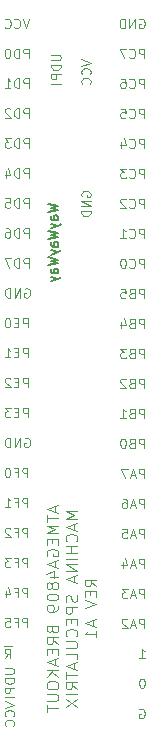
<source format=gbr>
%TF.GenerationSoftware,KiCad,Pcbnew,9.0.4*%
%TF.CreationDate,2025-09-22T14:36:08+02:00*%
%TF.ProjectId,ATmega4809A-breakout,41546d65-6761-4343-9830-39412d627265,rev?*%
%TF.SameCoordinates,Original*%
%TF.FileFunction,Legend,Bot*%
%TF.FilePolarity,Positive*%
%FSLAX46Y46*%
G04 Gerber Fmt 4.6, Leading zero omitted, Abs format (unit mm)*
G04 Created by KiCad (PCBNEW 9.0.4) date 2025-09-22 14:36:08*
%MOMM*%
%LPD*%
G01*
G04 APERTURE LIST*
%ADD10C,0.100000*%
%ADD11C,0.150000*%
G04 APERTURE END LIST*
D10*
X114793895Y-53469265D02*
X115441514Y-53469265D01*
X115441514Y-53469265D02*
X115517704Y-53507360D01*
X115517704Y-53507360D02*
X115555800Y-53545455D01*
X115555800Y-53545455D02*
X115593895Y-53621646D01*
X115593895Y-53621646D02*
X115593895Y-53774027D01*
X115593895Y-53774027D02*
X115555800Y-53850217D01*
X115555800Y-53850217D02*
X115517704Y-53888312D01*
X115517704Y-53888312D02*
X115441514Y-53926408D01*
X115441514Y-53926408D02*
X114793895Y-53926408D01*
X115593895Y-54307360D02*
X114793895Y-54307360D01*
X114793895Y-54307360D02*
X114793895Y-54497836D01*
X114793895Y-54497836D02*
X114831990Y-54612122D01*
X114831990Y-54612122D02*
X114908180Y-54688312D01*
X114908180Y-54688312D02*
X114984371Y-54726407D01*
X114984371Y-54726407D02*
X115136752Y-54764503D01*
X115136752Y-54764503D02*
X115251038Y-54764503D01*
X115251038Y-54764503D02*
X115403419Y-54726407D01*
X115403419Y-54726407D02*
X115479609Y-54688312D01*
X115479609Y-54688312D02*
X115555800Y-54612122D01*
X115555800Y-54612122D02*
X115593895Y-54497836D01*
X115593895Y-54497836D02*
X115593895Y-54307360D01*
X115593895Y-55107360D02*
X114793895Y-55107360D01*
X114793895Y-55107360D02*
X114793895Y-55412122D01*
X114793895Y-55412122D02*
X114831990Y-55488312D01*
X114831990Y-55488312D02*
X114870085Y-55526407D01*
X114870085Y-55526407D02*
X114946276Y-55564503D01*
X114946276Y-55564503D02*
X115060561Y-55564503D01*
X115060561Y-55564503D02*
X115136752Y-55526407D01*
X115136752Y-55526407D02*
X115174847Y-55488312D01*
X115174847Y-55488312D02*
X115212942Y-55412122D01*
X115212942Y-55412122D02*
X115212942Y-55107360D01*
X115593895Y-55907360D02*
X114793895Y-55907360D01*
X112786448Y-94310688D02*
X112786448Y-93510688D01*
X112786448Y-93510688D02*
X112481686Y-93510688D01*
X112481686Y-93510688D02*
X112405496Y-93548783D01*
X112405496Y-93548783D02*
X112367401Y-93586878D01*
X112367401Y-93586878D02*
X112329305Y-93663069D01*
X112329305Y-93663069D02*
X112329305Y-93777354D01*
X112329305Y-93777354D02*
X112367401Y-93853545D01*
X112367401Y-93853545D02*
X112405496Y-93891640D01*
X112405496Y-93891640D02*
X112481686Y-93929735D01*
X112481686Y-93929735D02*
X112786448Y-93929735D01*
X111719782Y-93891640D02*
X111986448Y-93891640D01*
X111986448Y-94310688D02*
X111986448Y-93510688D01*
X111986448Y-93510688D02*
X111605496Y-93510688D01*
X111338830Y-93586878D02*
X111300734Y-93548783D01*
X111300734Y-93548783D02*
X111224544Y-93510688D01*
X111224544Y-93510688D02*
X111034068Y-93510688D01*
X111034068Y-93510688D02*
X110957877Y-93548783D01*
X110957877Y-93548783D02*
X110919782Y-93586878D01*
X110919782Y-93586878D02*
X110881687Y-93663069D01*
X110881687Y-93663069D02*
X110881687Y-93739259D01*
X110881687Y-93739259D02*
X110919782Y-93853545D01*
X110919782Y-93853545D02*
X111376925Y-94310688D01*
X111376925Y-94310688D02*
X110881687Y-94310688D01*
X110881686Y-104544895D02*
X111148353Y-104163942D01*
X111338829Y-104544895D02*
X111338829Y-103744895D01*
X111338829Y-103744895D02*
X111034067Y-103744895D01*
X111034067Y-103744895D02*
X110957877Y-103782990D01*
X110957877Y-103782990D02*
X110919782Y-103821085D01*
X110919782Y-103821085D02*
X110881686Y-103897276D01*
X110881686Y-103897276D02*
X110881686Y-104011561D01*
X110881686Y-104011561D02*
X110919782Y-104087752D01*
X110919782Y-104087752D02*
X110957877Y-104125847D01*
X110957877Y-104125847D02*
X111034067Y-104163942D01*
X111034067Y-104163942D02*
X111338829Y-104163942D01*
X111449306Y-103522800D02*
X110809306Y-103522800D01*
X122260687Y-50442990D02*
X122336877Y-50404895D01*
X122336877Y-50404895D02*
X122451163Y-50404895D01*
X122451163Y-50404895D02*
X122565449Y-50442990D01*
X122565449Y-50442990D02*
X122641639Y-50519180D01*
X122641639Y-50519180D02*
X122679734Y-50595371D01*
X122679734Y-50595371D02*
X122717830Y-50747752D01*
X122717830Y-50747752D02*
X122717830Y-50862038D01*
X122717830Y-50862038D02*
X122679734Y-51014419D01*
X122679734Y-51014419D02*
X122641639Y-51090609D01*
X122641639Y-51090609D02*
X122565449Y-51166800D01*
X122565449Y-51166800D02*
X122451163Y-51204895D01*
X122451163Y-51204895D02*
X122374972Y-51204895D01*
X122374972Y-51204895D02*
X122260687Y-51166800D01*
X122260687Y-51166800D02*
X122222591Y-51128704D01*
X122222591Y-51128704D02*
X122222591Y-50862038D01*
X122222591Y-50862038D02*
X122374972Y-50862038D01*
X121879734Y-51204895D02*
X121879734Y-50404895D01*
X121879734Y-50404895D02*
X121422591Y-51204895D01*
X121422591Y-51204895D02*
X121422591Y-50404895D01*
X121041639Y-51204895D02*
X121041639Y-50404895D01*
X121041639Y-50404895D02*
X120851163Y-50404895D01*
X120851163Y-50404895D02*
X120736877Y-50442990D01*
X120736877Y-50442990D02*
X120660687Y-50519180D01*
X120660687Y-50519180D02*
X120622592Y-50595371D01*
X120622592Y-50595371D02*
X120584496Y-50747752D01*
X120584496Y-50747752D02*
X120584496Y-50862038D01*
X120584496Y-50862038D02*
X120622592Y-51014419D01*
X120622592Y-51014419D02*
X120660687Y-51090609D01*
X120660687Y-51090609D02*
X120736877Y-51166800D01*
X120736877Y-51166800D02*
X120851163Y-51204895D01*
X120851163Y-51204895D02*
X121041639Y-51204895D01*
X122679734Y-89304895D02*
X122679734Y-88504895D01*
X122679734Y-88504895D02*
X122374972Y-88504895D01*
X122374972Y-88504895D02*
X122298782Y-88542990D01*
X122298782Y-88542990D02*
X122260687Y-88581085D01*
X122260687Y-88581085D02*
X122222591Y-88657276D01*
X122222591Y-88657276D02*
X122222591Y-88771561D01*
X122222591Y-88771561D02*
X122260687Y-88847752D01*
X122260687Y-88847752D02*
X122298782Y-88885847D01*
X122298782Y-88885847D02*
X122374972Y-88923942D01*
X122374972Y-88923942D02*
X122679734Y-88923942D01*
X121917830Y-89076323D02*
X121536877Y-89076323D01*
X121994020Y-89304895D02*
X121727353Y-88504895D01*
X121727353Y-88504895D02*
X121460687Y-89304895D01*
X121270211Y-88504895D02*
X120736877Y-88504895D01*
X120736877Y-88504895D02*
X121079735Y-89304895D01*
X122679734Y-102004895D02*
X122679734Y-101204895D01*
X122679734Y-101204895D02*
X122374972Y-101204895D01*
X122374972Y-101204895D02*
X122298782Y-101242990D01*
X122298782Y-101242990D02*
X122260687Y-101281085D01*
X122260687Y-101281085D02*
X122222591Y-101357276D01*
X122222591Y-101357276D02*
X122222591Y-101471561D01*
X122222591Y-101471561D02*
X122260687Y-101547752D01*
X122260687Y-101547752D02*
X122298782Y-101585847D01*
X122298782Y-101585847D02*
X122374972Y-101623942D01*
X122374972Y-101623942D02*
X122679734Y-101623942D01*
X121917830Y-101776323D02*
X121536877Y-101776323D01*
X121994020Y-102004895D02*
X121727353Y-101204895D01*
X121727353Y-101204895D02*
X121460687Y-102004895D01*
X121232116Y-101281085D02*
X121194020Y-101242990D01*
X121194020Y-101242990D02*
X121117830Y-101204895D01*
X121117830Y-101204895D02*
X120927354Y-101204895D01*
X120927354Y-101204895D02*
X120851163Y-101242990D01*
X120851163Y-101242990D02*
X120813068Y-101281085D01*
X120813068Y-101281085D02*
X120774973Y-101357276D01*
X120774973Y-101357276D02*
X120774973Y-101433466D01*
X120774973Y-101433466D02*
X120813068Y-101547752D01*
X120813068Y-101547752D02*
X121270211Y-102004895D01*
X121270211Y-102004895D02*
X120774973Y-102004895D01*
X122679734Y-68984895D02*
X122679734Y-68184895D01*
X122679734Y-68184895D02*
X122374972Y-68184895D01*
X122374972Y-68184895D02*
X122298782Y-68222990D01*
X122298782Y-68222990D02*
X122260687Y-68261085D01*
X122260687Y-68261085D02*
X122222591Y-68337276D01*
X122222591Y-68337276D02*
X122222591Y-68451561D01*
X122222591Y-68451561D02*
X122260687Y-68527752D01*
X122260687Y-68527752D02*
X122298782Y-68565847D01*
X122298782Y-68565847D02*
X122374972Y-68603942D01*
X122374972Y-68603942D02*
X122679734Y-68603942D01*
X121422591Y-68908704D02*
X121460687Y-68946800D01*
X121460687Y-68946800D02*
X121574972Y-68984895D01*
X121574972Y-68984895D02*
X121651163Y-68984895D01*
X121651163Y-68984895D02*
X121765449Y-68946800D01*
X121765449Y-68946800D02*
X121841639Y-68870609D01*
X121841639Y-68870609D02*
X121879734Y-68794419D01*
X121879734Y-68794419D02*
X121917830Y-68642038D01*
X121917830Y-68642038D02*
X121917830Y-68527752D01*
X121917830Y-68527752D02*
X121879734Y-68375371D01*
X121879734Y-68375371D02*
X121841639Y-68299180D01*
X121841639Y-68299180D02*
X121765449Y-68222990D01*
X121765449Y-68222990D02*
X121651163Y-68184895D01*
X121651163Y-68184895D02*
X121574972Y-68184895D01*
X121574972Y-68184895D02*
X121460687Y-68222990D01*
X121460687Y-68222990D02*
X121422591Y-68261085D01*
X120660687Y-68984895D02*
X121117830Y-68984895D01*
X120889258Y-68984895D02*
X120889258Y-68184895D01*
X120889258Y-68184895D02*
X120965449Y-68299180D01*
X120965449Y-68299180D02*
X121041639Y-68375371D01*
X121041639Y-68375371D02*
X121117830Y-68413466D01*
X122679734Y-53744895D02*
X122679734Y-52944895D01*
X122679734Y-52944895D02*
X122374972Y-52944895D01*
X122374972Y-52944895D02*
X122298782Y-52982990D01*
X122298782Y-52982990D02*
X122260687Y-53021085D01*
X122260687Y-53021085D02*
X122222591Y-53097276D01*
X122222591Y-53097276D02*
X122222591Y-53211561D01*
X122222591Y-53211561D02*
X122260687Y-53287752D01*
X122260687Y-53287752D02*
X122298782Y-53325847D01*
X122298782Y-53325847D02*
X122374972Y-53363942D01*
X122374972Y-53363942D02*
X122679734Y-53363942D01*
X121422591Y-53668704D02*
X121460687Y-53706800D01*
X121460687Y-53706800D02*
X121574972Y-53744895D01*
X121574972Y-53744895D02*
X121651163Y-53744895D01*
X121651163Y-53744895D02*
X121765449Y-53706800D01*
X121765449Y-53706800D02*
X121841639Y-53630609D01*
X121841639Y-53630609D02*
X121879734Y-53554419D01*
X121879734Y-53554419D02*
X121917830Y-53402038D01*
X121917830Y-53402038D02*
X121917830Y-53287752D01*
X121917830Y-53287752D02*
X121879734Y-53135371D01*
X121879734Y-53135371D02*
X121841639Y-53059180D01*
X121841639Y-53059180D02*
X121765449Y-52982990D01*
X121765449Y-52982990D02*
X121651163Y-52944895D01*
X121651163Y-52944895D02*
X121574972Y-52944895D01*
X121574972Y-52944895D02*
X121460687Y-52982990D01*
X121460687Y-52982990D02*
X121422591Y-53021085D01*
X121155925Y-52944895D02*
X120622591Y-52944895D01*
X120622591Y-52944895D02*
X120965449Y-53744895D01*
X112900734Y-53740530D02*
X112900734Y-52940530D01*
X112900734Y-52940530D02*
X112595972Y-52940530D01*
X112595972Y-52940530D02*
X112519782Y-52978625D01*
X112519782Y-52978625D02*
X112481687Y-53016720D01*
X112481687Y-53016720D02*
X112443591Y-53092911D01*
X112443591Y-53092911D02*
X112443591Y-53207196D01*
X112443591Y-53207196D02*
X112481687Y-53283387D01*
X112481687Y-53283387D02*
X112519782Y-53321482D01*
X112519782Y-53321482D02*
X112595972Y-53359577D01*
X112595972Y-53359577D02*
X112900734Y-53359577D01*
X112100734Y-53740530D02*
X112100734Y-52940530D01*
X112100734Y-52940530D02*
X111910258Y-52940530D01*
X111910258Y-52940530D02*
X111795972Y-52978625D01*
X111795972Y-52978625D02*
X111719782Y-53054815D01*
X111719782Y-53054815D02*
X111681687Y-53131006D01*
X111681687Y-53131006D02*
X111643591Y-53283387D01*
X111643591Y-53283387D02*
X111643591Y-53397673D01*
X111643591Y-53397673D02*
X111681687Y-53550054D01*
X111681687Y-53550054D02*
X111719782Y-53626244D01*
X111719782Y-53626244D02*
X111795972Y-53702435D01*
X111795972Y-53702435D02*
X111910258Y-53740530D01*
X111910258Y-53740530D02*
X112100734Y-53740530D01*
X111148353Y-52940530D02*
X111072163Y-52940530D01*
X111072163Y-52940530D02*
X110995972Y-52978625D01*
X110995972Y-52978625D02*
X110957877Y-53016720D01*
X110957877Y-53016720D02*
X110919782Y-53092911D01*
X110919782Y-53092911D02*
X110881687Y-53245292D01*
X110881687Y-53245292D02*
X110881687Y-53435768D01*
X110881687Y-53435768D02*
X110919782Y-53588149D01*
X110919782Y-53588149D02*
X110957877Y-53664339D01*
X110957877Y-53664339D02*
X110995972Y-53702435D01*
X110995972Y-53702435D02*
X111072163Y-53740530D01*
X111072163Y-53740530D02*
X111148353Y-53740530D01*
X111148353Y-53740530D02*
X111224544Y-53702435D01*
X111224544Y-53702435D02*
X111262639Y-53664339D01*
X111262639Y-53664339D02*
X111300734Y-53588149D01*
X111300734Y-53588149D02*
X111338830Y-53435768D01*
X111338830Y-53435768D02*
X111338830Y-53245292D01*
X111338830Y-53245292D02*
X111300734Y-53092911D01*
X111300734Y-53092911D02*
X111262639Y-53016720D01*
X111262639Y-53016720D02*
X111224544Y-52978625D01*
X111224544Y-52978625D02*
X111148353Y-52940530D01*
X112900734Y-68954339D02*
X112900734Y-68154339D01*
X112900734Y-68154339D02*
X112595972Y-68154339D01*
X112595972Y-68154339D02*
X112519782Y-68192434D01*
X112519782Y-68192434D02*
X112481687Y-68230529D01*
X112481687Y-68230529D02*
X112443591Y-68306720D01*
X112443591Y-68306720D02*
X112443591Y-68421005D01*
X112443591Y-68421005D02*
X112481687Y-68497196D01*
X112481687Y-68497196D02*
X112519782Y-68535291D01*
X112519782Y-68535291D02*
X112595972Y-68573386D01*
X112595972Y-68573386D02*
X112900734Y-68573386D01*
X112100734Y-68954339D02*
X112100734Y-68154339D01*
X112100734Y-68154339D02*
X111910258Y-68154339D01*
X111910258Y-68154339D02*
X111795972Y-68192434D01*
X111795972Y-68192434D02*
X111719782Y-68268624D01*
X111719782Y-68268624D02*
X111681687Y-68344815D01*
X111681687Y-68344815D02*
X111643591Y-68497196D01*
X111643591Y-68497196D02*
X111643591Y-68611482D01*
X111643591Y-68611482D02*
X111681687Y-68763863D01*
X111681687Y-68763863D02*
X111719782Y-68840053D01*
X111719782Y-68840053D02*
X111795972Y-68916244D01*
X111795972Y-68916244D02*
X111910258Y-68954339D01*
X111910258Y-68954339D02*
X112100734Y-68954339D01*
X110957877Y-68154339D02*
X111110258Y-68154339D01*
X111110258Y-68154339D02*
X111186449Y-68192434D01*
X111186449Y-68192434D02*
X111224544Y-68230529D01*
X111224544Y-68230529D02*
X111300734Y-68344815D01*
X111300734Y-68344815D02*
X111338830Y-68497196D01*
X111338830Y-68497196D02*
X111338830Y-68801958D01*
X111338830Y-68801958D02*
X111300734Y-68878148D01*
X111300734Y-68878148D02*
X111262639Y-68916244D01*
X111262639Y-68916244D02*
X111186449Y-68954339D01*
X111186449Y-68954339D02*
X111034068Y-68954339D01*
X111034068Y-68954339D02*
X110957877Y-68916244D01*
X110957877Y-68916244D02*
X110919782Y-68878148D01*
X110919782Y-68878148D02*
X110881687Y-68801958D01*
X110881687Y-68801958D02*
X110881687Y-68611482D01*
X110881687Y-68611482D02*
X110919782Y-68535291D01*
X110919782Y-68535291D02*
X110957877Y-68497196D01*
X110957877Y-68497196D02*
X111034068Y-68459101D01*
X111034068Y-68459101D02*
X111186449Y-68459101D01*
X111186449Y-68459101D02*
X111262639Y-68497196D01*
X111262639Y-68497196D02*
X111300734Y-68535291D01*
X111300734Y-68535291D02*
X111338830Y-68611482D01*
X122679734Y-61364895D02*
X122679734Y-60564895D01*
X122679734Y-60564895D02*
X122374972Y-60564895D01*
X122374972Y-60564895D02*
X122298782Y-60602990D01*
X122298782Y-60602990D02*
X122260687Y-60641085D01*
X122260687Y-60641085D02*
X122222591Y-60717276D01*
X122222591Y-60717276D02*
X122222591Y-60831561D01*
X122222591Y-60831561D02*
X122260687Y-60907752D01*
X122260687Y-60907752D02*
X122298782Y-60945847D01*
X122298782Y-60945847D02*
X122374972Y-60983942D01*
X122374972Y-60983942D02*
X122679734Y-60983942D01*
X121422591Y-61288704D02*
X121460687Y-61326800D01*
X121460687Y-61326800D02*
X121574972Y-61364895D01*
X121574972Y-61364895D02*
X121651163Y-61364895D01*
X121651163Y-61364895D02*
X121765449Y-61326800D01*
X121765449Y-61326800D02*
X121841639Y-61250609D01*
X121841639Y-61250609D02*
X121879734Y-61174419D01*
X121879734Y-61174419D02*
X121917830Y-61022038D01*
X121917830Y-61022038D02*
X121917830Y-60907752D01*
X121917830Y-60907752D02*
X121879734Y-60755371D01*
X121879734Y-60755371D02*
X121841639Y-60679180D01*
X121841639Y-60679180D02*
X121765449Y-60602990D01*
X121765449Y-60602990D02*
X121651163Y-60564895D01*
X121651163Y-60564895D02*
X121574972Y-60564895D01*
X121574972Y-60564895D02*
X121460687Y-60602990D01*
X121460687Y-60602990D02*
X121422591Y-60641085D01*
X120736877Y-60831561D02*
X120736877Y-61364895D01*
X120927353Y-60526800D02*
X121117830Y-61098228D01*
X121117830Y-61098228D02*
X120622591Y-61098228D01*
X112786448Y-91775053D02*
X112786448Y-90975053D01*
X112786448Y-90975053D02*
X112481686Y-90975053D01*
X112481686Y-90975053D02*
X112405496Y-91013148D01*
X112405496Y-91013148D02*
X112367401Y-91051243D01*
X112367401Y-91051243D02*
X112329305Y-91127434D01*
X112329305Y-91127434D02*
X112329305Y-91241719D01*
X112329305Y-91241719D02*
X112367401Y-91317910D01*
X112367401Y-91317910D02*
X112405496Y-91356005D01*
X112405496Y-91356005D02*
X112481686Y-91394100D01*
X112481686Y-91394100D02*
X112786448Y-91394100D01*
X111719782Y-91356005D02*
X111986448Y-91356005D01*
X111986448Y-91775053D02*
X111986448Y-90975053D01*
X111986448Y-90975053D02*
X111605496Y-90975053D01*
X110881687Y-91775053D02*
X111338830Y-91775053D01*
X111110258Y-91775053D02*
X111110258Y-90975053D01*
X111110258Y-90975053D02*
X111186449Y-91089338D01*
X111186449Y-91089338D02*
X111262639Y-91165529D01*
X111262639Y-91165529D02*
X111338830Y-91203624D01*
X112786448Y-89239419D02*
X112786448Y-88439419D01*
X112786448Y-88439419D02*
X112481686Y-88439419D01*
X112481686Y-88439419D02*
X112405496Y-88477514D01*
X112405496Y-88477514D02*
X112367401Y-88515609D01*
X112367401Y-88515609D02*
X112329305Y-88591800D01*
X112329305Y-88591800D02*
X112329305Y-88706085D01*
X112329305Y-88706085D02*
X112367401Y-88782276D01*
X112367401Y-88782276D02*
X112405496Y-88820371D01*
X112405496Y-88820371D02*
X112481686Y-88858466D01*
X112481686Y-88858466D02*
X112786448Y-88858466D01*
X111719782Y-88820371D02*
X111986448Y-88820371D01*
X111986448Y-89239419D02*
X111986448Y-88439419D01*
X111986448Y-88439419D02*
X111605496Y-88439419D01*
X111148353Y-88439419D02*
X111072163Y-88439419D01*
X111072163Y-88439419D02*
X110995972Y-88477514D01*
X110995972Y-88477514D02*
X110957877Y-88515609D01*
X110957877Y-88515609D02*
X110919782Y-88591800D01*
X110919782Y-88591800D02*
X110881687Y-88744181D01*
X110881687Y-88744181D02*
X110881687Y-88934657D01*
X110881687Y-88934657D02*
X110919782Y-89087038D01*
X110919782Y-89087038D02*
X110957877Y-89163228D01*
X110957877Y-89163228D02*
X110995972Y-89201324D01*
X110995972Y-89201324D02*
X111072163Y-89239419D01*
X111072163Y-89239419D02*
X111148353Y-89239419D01*
X111148353Y-89239419D02*
X111224544Y-89201324D01*
X111224544Y-89201324D02*
X111262639Y-89163228D01*
X111262639Y-89163228D02*
X111300734Y-89087038D01*
X111300734Y-89087038D02*
X111338830Y-88934657D01*
X111338830Y-88934657D02*
X111338830Y-88744181D01*
X111338830Y-88744181D02*
X111300734Y-88591800D01*
X111300734Y-88591800D02*
X111262639Y-88515609D01*
X111262639Y-88515609D02*
X111224544Y-88477514D01*
X111224544Y-88477514D02*
X111148353Y-88439419D01*
X115111816Y-91663333D02*
X115111816Y-92139523D01*
X115397531Y-91568095D02*
X114397531Y-91901428D01*
X114397531Y-91901428D02*
X115397531Y-92234761D01*
X114397531Y-92425238D02*
X114397531Y-92996666D01*
X115397531Y-92710952D02*
X114397531Y-92710952D01*
X115397531Y-93330000D02*
X114397531Y-93330000D01*
X114397531Y-93330000D02*
X115111816Y-93663333D01*
X115111816Y-93663333D02*
X114397531Y-93996666D01*
X114397531Y-93996666D02*
X115397531Y-93996666D01*
X114873721Y-94472857D02*
X114873721Y-94806190D01*
X115397531Y-94949047D02*
X115397531Y-94472857D01*
X115397531Y-94472857D02*
X114397531Y-94472857D01*
X114397531Y-94472857D02*
X114397531Y-94949047D01*
X114445150Y-95901428D02*
X114397531Y-95806190D01*
X114397531Y-95806190D02*
X114397531Y-95663333D01*
X114397531Y-95663333D02*
X114445150Y-95520476D01*
X114445150Y-95520476D02*
X114540388Y-95425238D01*
X114540388Y-95425238D02*
X114635626Y-95377619D01*
X114635626Y-95377619D02*
X114826102Y-95330000D01*
X114826102Y-95330000D02*
X114968959Y-95330000D01*
X114968959Y-95330000D02*
X115159435Y-95377619D01*
X115159435Y-95377619D02*
X115254673Y-95425238D01*
X115254673Y-95425238D02*
X115349912Y-95520476D01*
X115349912Y-95520476D02*
X115397531Y-95663333D01*
X115397531Y-95663333D02*
X115397531Y-95758571D01*
X115397531Y-95758571D02*
X115349912Y-95901428D01*
X115349912Y-95901428D02*
X115302292Y-95949047D01*
X115302292Y-95949047D02*
X114968959Y-95949047D01*
X114968959Y-95949047D02*
X114968959Y-95758571D01*
X115111816Y-96330000D02*
X115111816Y-96806190D01*
X115397531Y-96234762D02*
X114397531Y-96568095D01*
X114397531Y-96568095D02*
X115397531Y-96901428D01*
X114730864Y-97663333D02*
X115397531Y-97663333D01*
X114349912Y-97425238D02*
X115064197Y-97187143D01*
X115064197Y-97187143D02*
X115064197Y-97806190D01*
X114826102Y-98330000D02*
X114778483Y-98234762D01*
X114778483Y-98234762D02*
X114730864Y-98187143D01*
X114730864Y-98187143D02*
X114635626Y-98139524D01*
X114635626Y-98139524D02*
X114588007Y-98139524D01*
X114588007Y-98139524D02*
X114492769Y-98187143D01*
X114492769Y-98187143D02*
X114445150Y-98234762D01*
X114445150Y-98234762D02*
X114397531Y-98330000D01*
X114397531Y-98330000D02*
X114397531Y-98520476D01*
X114397531Y-98520476D02*
X114445150Y-98615714D01*
X114445150Y-98615714D02*
X114492769Y-98663333D01*
X114492769Y-98663333D02*
X114588007Y-98710952D01*
X114588007Y-98710952D02*
X114635626Y-98710952D01*
X114635626Y-98710952D02*
X114730864Y-98663333D01*
X114730864Y-98663333D02*
X114778483Y-98615714D01*
X114778483Y-98615714D02*
X114826102Y-98520476D01*
X114826102Y-98520476D02*
X114826102Y-98330000D01*
X114826102Y-98330000D02*
X114873721Y-98234762D01*
X114873721Y-98234762D02*
X114921340Y-98187143D01*
X114921340Y-98187143D02*
X115016578Y-98139524D01*
X115016578Y-98139524D02*
X115207054Y-98139524D01*
X115207054Y-98139524D02*
X115302292Y-98187143D01*
X115302292Y-98187143D02*
X115349912Y-98234762D01*
X115349912Y-98234762D02*
X115397531Y-98330000D01*
X115397531Y-98330000D02*
X115397531Y-98520476D01*
X115397531Y-98520476D02*
X115349912Y-98615714D01*
X115349912Y-98615714D02*
X115302292Y-98663333D01*
X115302292Y-98663333D02*
X115207054Y-98710952D01*
X115207054Y-98710952D02*
X115016578Y-98710952D01*
X115016578Y-98710952D02*
X114921340Y-98663333D01*
X114921340Y-98663333D02*
X114873721Y-98615714D01*
X114873721Y-98615714D02*
X114826102Y-98520476D01*
X114397531Y-99330000D02*
X114397531Y-99425238D01*
X114397531Y-99425238D02*
X114445150Y-99520476D01*
X114445150Y-99520476D02*
X114492769Y-99568095D01*
X114492769Y-99568095D02*
X114588007Y-99615714D01*
X114588007Y-99615714D02*
X114778483Y-99663333D01*
X114778483Y-99663333D02*
X115016578Y-99663333D01*
X115016578Y-99663333D02*
X115207054Y-99615714D01*
X115207054Y-99615714D02*
X115302292Y-99568095D01*
X115302292Y-99568095D02*
X115349912Y-99520476D01*
X115349912Y-99520476D02*
X115397531Y-99425238D01*
X115397531Y-99425238D02*
X115397531Y-99330000D01*
X115397531Y-99330000D02*
X115349912Y-99234762D01*
X115349912Y-99234762D02*
X115302292Y-99187143D01*
X115302292Y-99187143D02*
X115207054Y-99139524D01*
X115207054Y-99139524D02*
X115016578Y-99091905D01*
X115016578Y-99091905D02*
X114778483Y-99091905D01*
X114778483Y-99091905D02*
X114588007Y-99139524D01*
X114588007Y-99139524D02*
X114492769Y-99187143D01*
X114492769Y-99187143D02*
X114445150Y-99234762D01*
X114445150Y-99234762D02*
X114397531Y-99330000D01*
X115397531Y-100139524D02*
X115397531Y-100330000D01*
X115397531Y-100330000D02*
X115349912Y-100425238D01*
X115349912Y-100425238D02*
X115302292Y-100472857D01*
X115302292Y-100472857D02*
X115159435Y-100568095D01*
X115159435Y-100568095D02*
X114968959Y-100615714D01*
X114968959Y-100615714D02*
X114588007Y-100615714D01*
X114588007Y-100615714D02*
X114492769Y-100568095D01*
X114492769Y-100568095D02*
X114445150Y-100520476D01*
X114445150Y-100520476D02*
X114397531Y-100425238D01*
X114397531Y-100425238D02*
X114397531Y-100234762D01*
X114397531Y-100234762D02*
X114445150Y-100139524D01*
X114445150Y-100139524D02*
X114492769Y-100091905D01*
X114492769Y-100091905D02*
X114588007Y-100044286D01*
X114588007Y-100044286D02*
X114826102Y-100044286D01*
X114826102Y-100044286D02*
X114921340Y-100091905D01*
X114921340Y-100091905D02*
X114968959Y-100139524D01*
X114968959Y-100139524D02*
X115016578Y-100234762D01*
X115016578Y-100234762D02*
X115016578Y-100425238D01*
X115016578Y-100425238D02*
X114968959Y-100520476D01*
X114968959Y-100520476D02*
X114921340Y-100568095D01*
X114921340Y-100568095D02*
X114826102Y-100615714D01*
X114873721Y-102139524D02*
X114921340Y-102282381D01*
X114921340Y-102282381D02*
X114968959Y-102330000D01*
X114968959Y-102330000D02*
X115064197Y-102377619D01*
X115064197Y-102377619D02*
X115207054Y-102377619D01*
X115207054Y-102377619D02*
X115302292Y-102330000D01*
X115302292Y-102330000D02*
X115349912Y-102282381D01*
X115349912Y-102282381D02*
X115397531Y-102187143D01*
X115397531Y-102187143D02*
X115397531Y-101806191D01*
X115397531Y-101806191D02*
X114397531Y-101806191D01*
X114397531Y-101806191D02*
X114397531Y-102139524D01*
X114397531Y-102139524D02*
X114445150Y-102234762D01*
X114445150Y-102234762D02*
X114492769Y-102282381D01*
X114492769Y-102282381D02*
X114588007Y-102330000D01*
X114588007Y-102330000D02*
X114683245Y-102330000D01*
X114683245Y-102330000D02*
X114778483Y-102282381D01*
X114778483Y-102282381D02*
X114826102Y-102234762D01*
X114826102Y-102234762D02*
X114873721Y-102139524D01*
X114873721Y-102139524D02*
X114873721Y-101806191D01*
X115397531Y-103377619D02*
X114921340Y-103044286D01*
X115397531Y-102806191D02*
X114397531Y-102806191D01*
X114397531Y-102806191D02*
X114397531Y-103187143D01*
X114397531Y-103187143D02*
X114445150Y-103282381D01*
X114445150Y-103282381D02*
X114492769Y-103330000D01*
X114492769Y-103330000D02*
X114588007Y-103377619D01*
X114588007Y-103377619D02*
X114730864Y-103377619D01*
X114730864Y-103377619D02*
X114826102Y-103330000D01*
X114826102Y-103330000D02*
X114873721Y-103282381D01*
X114873721Y-103282381D02*
X114921340Y-103187143D01*
X114921340Y-103187143D02*
X114921340Y-102806191D01*
X114873721Y-103806191D02*
X114873721Y-104139524D01*
X115397531Y-104282381D02*
X115397531Y-103806191D01*
X115397531Y-103806191D02*
X114397531Y-103806191D01*
X114397531Y-103806191D02*
X114397531Y-104282381D01*
X115111816Y-104663334D02*
X115111816Y-105139524D01*
X115397531Y-104568096D02*
X114397531Y-104901429D01*
X114397531Y-104901429D02*
X115397531Y-105234762D01*
X115397531Y-105568096D02*
X114397531Y-105568096D01*
X115397531Y-106139524D02*
X114826102Y-105710953D01*
X114397531Y-106139524D02*
X114968959Y-105568096D01*
X114397531Y-106758572D02*
X114397531Y-106949048D01*
X114397531Y-106949048D02*
X114445150Y-107044286D01*
X114445150Y-107044286D02*
X114540388Y-107139524D01*
X114540388Y-107139524D02*
X114730864Y-107187143D01*
X114730864Y-107187143D02*
X115064197Y-107187143D01*
X115064197Y-107187143D02*
X115254673Y-107139524D01*
X115254673Y-107139524D02*
X115349912Y-107044286D01*
X115349912Y-107044286D02*
X115397531Y-106949048D01*
X115397531Y-106949048D02*
X115397531Y-106758572D01*
X115397531Y-106758572D02*
X115349912Y-106663334D01*
X115349912Y-106663334D02*
X115254673Y-106568096D01*
X115254673Y-106568096D02*
X115064197Y-106520477D01*
X115064197Y-106520477D02*
X114730864Y-106520477D01*
X114730864Y-106520477D02*
X114540388Y-106568096D01*
X114540388Y-106568096D02*
X114445150Y-106663334D01*
X114445150Y-106663334D02*
X114397531Y-106758572D01*
X114397531Y-107615715D02*
X115207054Y-107615715D01*
X115207054Y-107615715D02*
X115302292Y-107663334D01*
X115302292Y-107663334D02*
X115349912Y-107710953D01*
X115349912Y-107710953D02*
X115397531Y-107806191D01*
X115397531Y-107806191D02*
X115397531Y-107996667D01*
X115397531Y-107996667D02*
X115349912Y-108091905D01*
X115349912Y-108091905D02*
X115302292Y-108139524D01*
X115302292Y-108139524D02*
X115207054Y-108187143D01*
X115207054Y-108187143D02*
X114397531Y-108187143D01*
X114397531Y-108520477D02*
X114397531Y-109091905D01*
X115397531Y-108806191D02*
X114397531Y-108806191D01*
X117007475Y-92091905D02*
X116007475Y-92091905D01*
X116007475Y-92091905D02*
X116721760Y-92425238D01*
X116721760Y-92425238D02*
X116007475Y-92758571D01*
X116007475Y-92758571D02*
X117007475Y-92758571D01*
X116721760Y-93187143D02*
X116721760Y-93663333D01*
X117007475Y-93091905D02*
X116007475Y-93425238D01*
X116007475Y-93425238D02*
X117007475Y-93758571D01*
X116912236Y-94663333D02*
X116959856Y-94615714D01*
X116959856Y-94615714D02*
X117007475Y-94472857D01*
X117007475Y-94472857D02*
X117007475Y-94377619D01*
X117007475Y-94377619D02*
X116959856Y-94234762D01*
X116959856Y-94234762D02*
X116864617Y-94139524D01*
X116864617Y-94139524D02*
X116769379Y-94091905D01*
X116769379Y-94091905D02*
X116578903Y-94044286D01*
X116578903Y-94044286D02*
X116436046Y-94044286D01*
X116436046Y-94044286D02*
X116245570Y-94091905D01*
X116245570Y-94091905D02*
X116150332Y-94139524D01*
X116150332Y-94139524D02*
X116055094Y-94234762D01*
X116055094Y-94234762D02*
X116007475Y-94377619D01*
X116007475Y-94377619D02*
X116007475Y-94472857D01*
X116007475Y-94472857D02*
X116055094Y-94615714D01*
X116055094Y-94615714D02*
X116102713Y-94663333D01*
X117007475Y-95091905D02*
X116007475Y-95091905D01*
X116483665Y-95091905D02*
X116483665Y-95663333D01*
X117007475Y-95663333D02*
X116007475Y-95663333D01*
X117007475Y-96139524D02*
X116007475Y-96139524D01*
X117007475Y-96615714D02*
X116007475Y-96615714D01*
X116007475Y-96615714D02*
X117007475Y-97187142D01*
X117007475Y-97187142D02*
X116007475Y-97187142D01*
X116721760Y-97615714D02*
X116721760Y-98091904D01*
X117007475Y-97520476D02*
X116007475Y-97853809D01*
X116007475Y-97853809D02*
X117007475Y-98187142D01*
X116959856Y-99234762D02*
X117007475Y-99377619D01*
X117007475Y-99377619D02*
X117007475Y-99615714D01*
X117007475Y-99615714D02*
X116959856Y-99710952D01*
X116959856Y-99710952D02*
X116912236Y-99758571D01*
X116912236Y-99758571D02*
X116816998Y-99806190D01*
X116816998Y-99806190D02*
X116721760Y-99806190D01*
X116721760Y-99806190D02*
X116626522Y-99758571D01*
X116626522Y-99758571D02*
X116578903Y-99710952D01*
X116578903Y-99710952D02*
X116531284Y-99615714D01*
X116531284Y-99615714D02*
X116483665Y-99425238D01*
X116483665Y-99425238D02*
X116436046Y-99330000D01*
X116436046Y-99330000D02*
X116388427Y-99282381D01*
X116388427Y-99282381D02*
X116293189Y-99234762D01*
X116293189Y-99234762D02*
X116197951Y-99234762D01*
X116197951Y-99234762D02*
X116102713Y-99282381D01*
X116102713Y-99282381D02*
X116055094Y-99330000D01*
X116055094Y-99330000D02*
X116007475Y-99425238D01*
X116007475Y-99425238D02*
X116007475Y-99663333D01*
X116007475Y-99663333D02*
X116055094Y-99806190D01*
X117007475Y-100234762D02*
X116007475Y-100234762D01*
X116007475Y-100234762D02*
X116007475Y-100615714D01*
X116007475Y-100615714D02*
X116055094Y-100710952D01*
X116055094Y-100710952D02*
X116102713Y-100758571D01*
X116102713Y-100758571D02*
X116197951Y-100806190D01*
X116197951Y-100806190D02*
X116340808Y-100806190D01*
X116340808Y-100806190D02*
X116436046Y-100758571D01*
X116436046Y-100758571D02*
X116483665Y-100710952D01*
X116483665Y-100710952D02*
X116531284Y-100615714D01*
X116531284Y-100615714D02*
X116531284Y-100234762D01*
X116483665Y-101234762D02*
X116483665Y-101568095D01*
X117007475Y-101710952D02*
X117007475Y-101234762D01*
X117007475Y-101234762D02*
X116007475Y-101234762D01*
X116007475Y-101234762D02*
X116007475Y-101710952D01*
X116912236Y-102710952D02*
X116959856Y-102663333D01*
X116959856Y-102663333D02*
X117007475Y-102520476D01*
X117007475Y-102520476D02*
X117007475Y-102425238D01*
X117007475Y-102425238D02*
X116959856Y-102282381D01*
X116959856Y-102282381D02*
X116864617Y-102187143D01*
X116864617Y-102187143D02*
X116769379Y-102139524D01*
X116769379Y-102139524D02*
X116578903Y-102091905D01*
X116578903Y-102091905D02*
X116436046Y-102091905D01*
X116436046Y-102091905D02*
X116245570Y-102139524D01*
X116245570Y-102139524D02*
X116150332Y-102187143D01*
X116150332Y-102187143D02*
X116055094Y-102282381D01*
X116055094Y-102282381D02*
X116007475Y-102425238D01*
X116007475Y-102425238D02*
X116007475Y-102520476D01*
X116007475Y-102520476D02*
X116055094Y-102663333D01*
X116055094Y-102663333D02*
X116102713Y-102710952D01*
X116007475Y-103139524D02*
X116816998Y-103139524D01*
X116816998Y-103139524D02*
X116912236Y-103187143D01*
X116912236Y-103187143D02*
X116959856Y-103234762D01*
X116959856Y-103234762D02*
X117007475Y-103330000D01*
X117007475Y-103330000D02*
X117007475Y-103520476D01*
X117007475Y-103520476D02*
X116959856Y-103615714D01*
X116959856Y-103615714D02*
X116912236Y-103663333D01*
X116912236Y-103663333D02*
X116816998Y-103710952D01*
X116816998Y-103710952D02*
X116007475Y-103710952D01*
X117007475Y-104663333D02*
X117007475Y-104187143D01*
X117007475Y-104187143D02*
X116007475Y-104187143D01*
X116721760Y-104949048D02*
X116721760Y-105425238D01*
X117007475Y-104853810D02*
X116007475Y-105187143D01*
X116007475Y-105187143D02*
X117007475Y-105520476D01*
X116007475Y-105710953D02*
X116007475Y-106282381D01*
X117007475Y-105996667D02*
X116007475Y-105996667D01*
X117007475Y-107187143D02*
X116531284Y-106853810D01*
X117007475Y-106615715D02*
X116007475Y-106615715D01*
X116007475Y-106615715D02*
X116007475Y-106996667D01*
X116007475Y-106996667D02*
X116055094Y-107091905D01*
X116055094Y-107091905D02*
X116102713Y-107139524D01*
X116102713Y-107139524D02*
X116197951Y-107187143D01*
X116197951Y-107187143D02*
X116340808Y-107187143D01*
X116340808Y-107187143D02*
X116436046Y-107139524D01*
X116436046Y-107139524D02*
X116483665Y-107091905D01*
X116483665Y-107091905D02*
X116531284Y-106996667D01*
X116531284Y-106996667D02*
X116531284Y-106615715D01*
X117007475Y-107615715D02*
X116007475Y-107615715D01*
X116007475Y-107996667D02*
X117007475Y-108663333D01*
X116007475Y-108663333D02*
X117007475Y-107996667D01*
X118617419Y-98472856D02*
X118141228Y-98139523D01*
X118617419Y-97901428D02*
X117617419Y-97901428D01*
X117617419Y-97901428D02*
X117617419Y-98282380D01*
X117617419Y-98282380D02*
X117665038Y-98377618D01*
X117665038Y-98377618D02*
X117712657Y-98425237D01*
X117712657Y-98425237D02*
X117807895Y-98472856D01*
X117807895Y-98472856D02*
X117950752Y-98472856D01*
X117950752Y-98472856D02*
X118045990Y-98425237D01*
X118045990Y-98425237D02*
X118093609Y-98377618D01*
X118093609Y-98377618D02*
X118141228Y-98282380D01*
X118141228Y-98282380D02*
X118141228Y-97901428D01*
X118093609Y-98901428D02*
X118093609Y-99234761D01*
X118617419Y-99377618D02*
X118617419Y-98901428D01*
X118617419Y-98901428D02*
X117617419Y-98901428D01*
X117617419Y-98901428D02*
X117617419Y-99377618D01*
X117617419Y-99663333D02*
X118617419Y-99996666D01*
X118617419Y-99996666D02*
X117617419Y-100329999D01*
X118331704Y-101377619D02*
X118331704Y-101853809D01*
X118617419Y-101282381D02*
X117617419Y-101615714D01*
X117617419Y-101615714D02*
X118617419Y-101949047D01*
X118617419Y-102806190D02*
X118617419Y-102234762D01*
X118617419Y-102520476D02*
X117617419Y-102520476D01*
X117617419Y-102520476D02*
X117760276Y-102425238D01*
X117760276Y-102425238D02*
X117855514Y-102330000D01*
X117855514Y-102330000D02*
X117903133Y-102234762D01*
X112900734Y-63883070D02*
X112900734Y-63083070D01*
X112900734Y-63083070D02*
X112595972Y-63083070D01*
X112595972Y-63083070D02*
X112519782Y-63121165D01*
X112519782Y-63121165D02*
X112481687Y-63159260D01*
X112481687Y-63159260D02*
X112443591Y-63235451D01*
X112443591Y-63235451D02*
X112443591Y-63349736D01*
X112443591Y-63349736D02*
X112481687Y-63425927D01*
X112481687Y-63425927D02*
X112519782Y-63464022D01*
X112519782Y-63464022D02*
X112595972Y-63502117D01*
X112595972Y-63502117D02*
X112900734Y-63502117D01*
X112100734Y-63883070D02*
X112100734Y-63083070D01*
X112100734Y-63083070D02*
X111910258Y-63083070D01*
X111910258Y-63083070D02*
X111795972Y-63121165D01*
X111795972Y-63121165D02*
X111719782Y-63197355D01*
X111719782Y-63197355D02*
X111681687Y-63273546D01*
X111681687Y-63273546D02*
X111643591Y-63425927D01*
X111643591Y-63425927D02*
X111643591Y-63540213D01*
X111643591Y-63540213D02*
X111681687Y-63692594D01*
X111681687Y-63692594D02*
X111719782Y-63768784D01*
X111719782Y-63768784D02*
X111795972Y-63844975D01*
X111795972Y-63844975D02*
X111910258Y-63883070D01*
X111910258Y-63883070D02*
X112100734Y-63883070D01*
X110957877Y-63349736D02*
X110957877Y-63883070D01*
X111148353Y-63044975D02*
X111338830Y-63616403D01*
X111338830Y-63616403D02*
X110843591Y-63616403D01*
X112557877Y-73263704D02*
X112634067Y-73225609D01*
X112634067Y-73225609D02*
X112748353Y-73225609D01*
X112748353Y-73225609D02*
X112862639Y-73263704D01*
X112862639Y-73263704D02*
X112938829Y-73339894D01*
X112938829Y-73339894D02*
X112976924Y-73416085D01*
X112976924Y-73416085D02*
X113015020Y-73568466D01*
X113015020Y-73568466D02*
X113015020Y-73682752D01*
X113015020Y-73682752D02*
X112976924Y-73835133D01*
X112976924Y-73835133D02*
X112938829Y-73911323D01*
X112938829Y-73911323D02*
X112862639Y-73987514D01*
X112862639Y-73987514D02*
X112748353Y-74025609D01*
X112748353Y-74025609D02*
X112672162Y-74025609D01*
X112672162Y-74025609D02*
X112557877Y-73987514D01*
X112557877Y-73987514D02*
X112519781Y-73949418D01*
X112519781Y-73949418D02*
X112519781Y-73682752D01*
X112519781Y-73682752D02*
X112672162Y-73682752D01*
X112176924Y-74025609D02*
X112176924Y-73225609D01*
X112176924Y-73225609D02*
X111719781Y-74025609D01*
X111719781Y-74025609D02*
X111719781Y-73225609D01*
X111338829Y-74025609D02*
X111338829Y-73225609D01*
X111338829Y-73225609D02*
X111148353Y-73225609D01*
X111148353Y-73225609D02*
X111034067Y-73263704D01*
X111034067Y-73263704D02*
X110957877Y-73339894D01*
X110957877Y-73339894D02*
X110919782Y-73416085D01*
X110919782Y-73416085D02*
X110881686Y-73568466D01*
X110881686Y-73568466D02*
X110881686Y-73682752D01*
X110881686Y-73682752D02*
X110919782Y-73835133D01*
X110919782Y-73835133D02*
X110957877Y-73911323D01*
X110957877Y-73911323D02*
X111034067Y-73987514D01*
X111034067Y-73987514D02*
X111148353Y-74025609D01*
X111148353Y-74025609D02*
X111338829Y-74025609D01*
X122679734Y-86764895D02*
X122679734Y-85964895D01*
X122679734Y-85964895D02*
X122374972Y-85964895D01*
X122374972Y-85964895D02*
X122298782Y-86002990D01*
X122298782Y-86002990D02*
X122260687Y-86041085D01*
X122260687Y-86041085D02*
X122222591Y-86117276D01*
X122222591Y-86117276D02*
X122222591Y-86231561D01*
X122222591Y-86231561D02*
X122260687Y-86307752D01*
X122260687Y-86307752D02*
X122298782Y-86345847D01*
X122298782Y-86345847D02*
X122374972Y-86383942D01*
X122374972Y-86383942D02*
X122679734Y-86383942D01*
X121613068Y-86345847D02*
X121498782Y-86383942D01*
X121498782Y-86383942D02*
X121460687Y-86422038D01*
X121460687Y-86422038D02*
X121422591Y-86498228D01*
X121422591Y-86498228D02*
X121422591Y-86612514D01*
X121422591Y-86612514D02*
X121460687Y-86688704D01*
X121460687Y-86688704D02*
X121498782Y-86726800D01*
X121498782Y-86726800D02*
X121574972Y-86764895D01*
X121574972Y-86764895D02*
X121879734Y-86764895D01*
X121879734Y-86764895D02*
X121879734Y-85964895D01*
X121879734Y-85964895D02*
X121613068Y-85964895D01*
X121613068Y-85964895D02*
X121536877Y-86002990D01*
X121536877Y-86002990D02*
X121498782Y-86041085D01*
X121498782Y-86041085D02*
X121460687Y-86117276D01*
X121460687Y-86117276D02*
X121460687Y-86193466D01*
X121460687Y-86193466D02*
X121498782Y-86269657D01*
X121498782Y-86269657D02*
X121536877Y-86307752D01*
X121536877Y-86307752D02*
X121613068Y-86345847D01*
X121613068Y-86345847D02*
X121879734Y-86345847D01*
X120927353Y-85964895D02*
X120851163Y-85964895D01*
X120851163Y-85964895D02*
X120774972Y-86002990D01*
X120774972Y-86002990D02*
X120736877Y-86041085D01*
X120736877Y-86041085D02*
X120698782Y-86117276D01*
X120698782Y-86117276D02*
X120660687Y-86269657D01*
X120660687Y-86269657D02*
X120660687Y-86460133D01*
X120660687Y-86460133D02*
X120698782Y-86612514D01*
X120698782Y-86612514D02*
X120736877Y-86688704D01*
X120736877Y-86688704D02*
X120774972Y-86726800D01*
X120774972Y-86726800D02*
X120851163Y-86764895D01*
X120851163Y-86764895D02*
X120927353Y-86764895D01*
X120927353Y-86764895D02*
X121003544Y-86726800D01*
X121003544Y-86726800D02*
X121041639Y-86688704D01*
X121041639Y-86688704D02*
X121079734Y-86612514D01*
X121079734Y-86612514D02*
X121117830Y-86460133D01*
X121117830Y-86460133D02*
X121117830Y-86269657D01*
X121117830Y-86269657D02*
X121079734Y-86117276D01*
X121079734Y-86117276D02*
X121041639Y-86041085D01*
X121041639Y-86041085D02*
X121003544Y-86002990D01*
X121003544Y-86002990D02*
X120927353Y-85964895D01*
X117371990Y-65445312D02*
X117333895Y-65369122D01*
X117333895Y-65369122D02*
X117333895Y-65254836D01*
X117333895Y-65254836D02*
X117371990Y-65140550D01*
X117371990Y-65140550D02*
X117448180Y-65064360D01*
X117448180Y-65064360D02*
X117524371Y-65026265D01*
X117524371Y-65026265D02*
X117676752Y-64988169D01*
X117676752Y-64988169D02*
X117791038Y-64988169D01*
X117791038Y-64988169D02*
X117943419Y-65026265D01*
X117943419Y-65026265D02*
X118019609Y-65064360D01*
X118019609Y-65064360D02*
X118095800Y-65140550D01*
X118095800Y-65140550D02*
X118133895Y-65254836D01*
X118133895Y-65254836D02*
X118133895Y-65331027D01*
X118133895Y-65331027D02*
X118095800Y-65445312D01*
X118095800Y-65445312D02*
X118057704Y-65483408D01*
X118057704Y-65483408D02*
X117791038Y-65483408D01*
X117791038Y-65483408D02*
X117791038Y-65331027D01*
X118133895Y-65826265D02*
X117333895Y-65826265D01*
X117333895Y-65826265D02*
X118133895Y-66283408D01*
X118133895Y-66283408D02*
X117333895Y-66283408D01*
X118133895Y-66664360D02*
X117333895Y-66664360D01*
X117333895Y-66664360D02*
X117333895Y-66854836D01*
X117333895Y-66854836D02*
X117371990Y-66969122D01*
X117371990Y-66969122D02*
X117448180Y-67045312D01*
X117448180Y-67045312D02*
X117524371Y-67083407D01*
X117524371Y-67083407D02*
X117676752Y-67121503D01*
X117676752Y-67121503D02*
X117791038Y-67121503D01*
X117791038Y-67121503D02*
X117943419Y-67083407D01*
X117943419Y-67083407D02*
X118019609Y-67045312D01*
X118019609Y-67045312D02*
X118095800Y-66969122D01*
X118095800Y-66969122D02*
X118133895Y-66854836D01*
X118133895Y-66854836D02*
X118133895Y-66664360D01*
X112824544Y-76561244D02*
X112824544Y-75761244D01*
X112824544Y-75761244D02*
X112519782Y-75761244D01*
X112519782Y-75761244D02*
X112443592Y-75799339D01*
X112443592Y-75799339D02*
X112405497Y-75837434D01*
X112405497Y-75837434D02*
X112367401Y-75913625D01*
X112367401Y-75913625D02*
X112367401Y-76027910D01*
X112367401Y-76027910D02*
X112405497Y-76104101D01*
X112405497Y-76104101D02*
X112443592Y-76142196D01*
X112443592Y-76142196D02*
X112519782Y-76180291D01*
X112519782Y-76180291D02*
X112824544Y-76180291D01*
X112024544Y-76142196D02*
X111757878Y-76142196D01*
X111643592Y-76561244D02*
X112024544Y-76561244D01*
X112024544Y-76561244D02*
X112024544Y-75761244D01*
X112024544Y-75761244D02*
X111643592Y-75761244D01*
X111148353Y-75761244D02*
X111072163Y-75761244D01*
X111072163Y-75761244D02*
X110995972Y-75799339D01*
X110995972Y-75799339D02*
X110957877Y-75837434D01*
X110957877Y-75837434D02*
X110919782Y-75913625D01*
X110919782Y-75913625D02*
X110881687Y-76066006D01*
X110881687Y-76066006D02*
X110881687Y-76256482D01*
X110881687Y-76256482D02*
X110919782Y-76408863D01*
X110919782Y-76408863D02*
X110957877Y-76485053D01*
X110957877Y-76485053D02*
X110995972Y-76523149D01*
X110995972Y-76523149D02*
X111072163Y-76561244D01*
X111072163Y-76561244D02*
X111148353Y-76561244D01*
X111148353Y-76561244D02*
X111224544Y-76523149D01*
X111224544Y-76523149D02*
X111262639Y-76485053D01*
X111262639Y-76485053D02*
X111300734Y-76408863D01*
X111300734Y-76408863D02*
X111338830Y-76256482D01*
X111338830Y-76256482D02*
X111338830Y-76066006D01*
X111338830Y-76066006D02*
X111300734Y-75913625D01*
X111300734Y-75913625D02*
X111262639Y-75837434D01*
X111262639Y-75837434D02*
X111224544Y-75799339D01*
X111224544Y-75799339D02*
X111148353Y-75761244D01*
X122679734Y-71524895D02*
X122679734Y-70724895D01*
X122679734Y-70724895D02*
X122374972Y-70724895D01*
X122374972Y-70724895D02*
X122298782Y-70762990D01*
X122298782Y-70762990D02*
X122260687Y-70801085D01*
X122260687Y-70801085D02*
X122222591Y-70877276D01*
X122222591Y-70877276D02*
X122222591Y-70991561D01*
X122222591Y-70991561D02*
X122260687Y-71067752D01*
X122260687Y-71067752D02*
X122298782Y-71105847D01*
X122298782Y-71105847D02*
X122374972Y-71143942D01*
X122374972Y-71143942D02*
X122679734Y-71143942D01*
X121422591Y-71448704D02*
X121460687Y-71486800D01*
X121460687Y-71486800D02*
X121574972Y-71524895D01*
X121574972Y-71524895D02*
X121651163Y-71524895D01*
X121651163Y-71524895D02*
X121765449Y-71486800D01*
X121765449Y-71486800D02*
X121841639Y-71410609D01*
X121841639Y-71410609D02*
X121879734Y-71334419D01*
X121879734Y-71334419D02*
X121917830Y-71182038D01*
X121917830Y-71182038D02*
X121917830Y-71067752D01*
X121917830Y-71067752D02*
X121879734Y-70915371D01*
X121879734Y-70915371D02*
X121841639Y-70839180D01*
X121841639Y-70839180D02*
X121765449Y-70762990D01*
X121765449Y-70762990D02*
X121651163Y-70724895D01*
X121651163Y-70724895D02*
X121574972Y-70724895D01*
X121574972Y-70724895D02*
X121460687Y-70762990D01*
X121460687Y-70762990D02*
X121422591Y-70801085D01*
X120927353Y-70724895D02*
X120851163Y-70724895D01*
X120851163Y-70724895D02*
X120774972Y-70762990D01*
X120774972Y-70762990D02*
X120736877Y-70801085D01*
X120736877Y-70801085D02*
X120698782Y-70877276D01*
X120698782Y-70877276D02*
X120660687Y-71029657D01*
X120660687Y-71029657D02*
X120660687Y-71220133D01*
X120660687Y-71220133D02*
X120698782Y-71372514D01*
X120698782Y-71372514D02*
X120736877Y-71448704D01*
X120736877Y-71448704D02*
X120774972Y-71486800D01*
X120774972Y-71486800D02*
X120851163Y-71524895D01*
X120851163Y-71524895D02*
X120927353Y-71524895D01*
X120927353Y-71524895D02*
X121003544Y-71486800D01*
X121003544Y-71486800D02*
X121041639Y-71448704D01*
X121041639Y-71448704D02*
X121079734Y-71372514D01*
X121079734Y-71372514D02*
X121117830Y-71220133D01*
X121117830Y-71220133D02*
X121117830Y-71029657D01*
X121117830Y-71029657D02*
X121079734Y-70877276D01*
X121079734Y-70877276D02*
X121041639Y-70801085D01*
X121041639Y-70801085D02*
X121003544Y-70762990D01*
X121003544Y-70762990D02*
X120927353Y-70724895D01*
X122679734Y-58824895D02*
X122679734Y-58024895D01*
X122679734Y-58024895D02*
X122374972Y-58024895D01*
X122374972Y-58024895D02*
X122298782Y-58062990D01*
X122298782Y-58062990D02*
X122260687Y-58101085D01*
X122260687Y-58101085D02*
X122222591Y-58177276D01*
X122222591Y-58177276D02*
X122222591Y-58291561D01*
X122222591Y-58291561D02*
X122260687Y-58367752D01*
X122260687Y-58367752D02*
X122298782Y-58405847D01*
X122298782Y-58405847D02*
X122374972Y-58443942D01*
X122374972Y-58443942D02*
X122679734Y-58443942D01*
X121422591Y-58748704D02*
X121460687Y-58786800D01*
X121460687Y-58786800D02*
X121574972Y-58824895D01*
X121574972Y-58824895D02*
X121651163Y-58824895D01*
X121651163Y-58824895D02*
X121765449Y-58786800D01*
X121765449Y-58786800D02*
X121841639Y-58710609D01*
X121841639Y-58710609D02*
X121879734Y-58634419D01*
X121879734Y-58634419D02*
X121917830Y-58482038D01*
X121917830Y-58482038D02*
X121917830Y-58367752D01*
X121917830Y-58367752D02*
X121879734Y-58215371D01*
X121879734Y-58215371D02*
X121841639Y-58139180D01*
X121841639Y-58139180D02*
X121765449Y-58062990D01*
X121765449Y-58062990D02*
X121651163Y-58024895D01*
X121651163Y-58024895D02*
X121574972Y-58024895D01*
X121574972Y-58024895D02*
X121460687Y-58062990D01*
X121460687Y-58062990D02*
X121422591Y-58101085D01*
X120698782Y-58024895D02*
X121079734Y-58024895D01*
X121079734Y-58024895D02*
X121117830Y-58405847D01*
X121117830Y-58405847D02*
X121079734Y-58367752D01*
X121079734Y-58367752D02*
X121003544Y-58329657D01*
X121003544Y-58329657D02*
X120813068Y-58329657D01*
X120813068Y-58329657D02*
X120736877Y-58367752D01*
X120736877Y-58367752D02*
X120698782Y-58405847D01*
X120698782Y-58405847D02*
X120660687Y-58482038D01*
X120660687Y-58482038D02*
X120660687Y-58672514D01*
X120660687Y-58672514D02*
X120698782Y-58748704D01*
X120698782Y-58748704D02*
X120736877Y-58786800D01*
X120736877Y-58786800D02*
X120813068Y-58824895D01*
X120813068Y-58824895D02*
X121003544Y-58824895D01*
X121003544Y-58824895D02*
X121079734Y-58786800D01*
X121079734Y-58786800D02*
X121117830Y-58748704D01*
X112786448Y-96846323D02*
X112786448Y-96046323D01*
X112786448Y-96046323D02*
X112481686Y-96046323D01*
X112481686Y-96046323D02*
X112405496Y-96084418D01*
X112405496Y-96084418D02*
X112367401Y-96122513D01*
X112367401Y-96122513D02*
X112329305Y-96198704D01*
X112329305Y-96198704D02*
X112329305Y-96312989D01*
X112329305Y-96312989D02*
X112367401Y-96389180D01*
X112367401Y-96389180D02*
X112405496Y-96427275D01*
X112405496Y-96427275D02*
X112481686Y-96465370D01*
X112481686Y-96465370D02*
X112786448Y-96465370D01*
X111719782Y-96427275D02*
X111986448Y-96427275D01*
X111986448Y-96846323D02*
X111986448Y-96046323D01*
X111986448Y-96046323D02*
X111605496Y-96046323D01*
X111376925Y-96046323D02*
X110881687Y-96046323D01*
X110881687Y-96046323D02*
X111148353Y-96351085D01*
X111148353Y-96351085D02*
X111034068Y-96351085D01*
X111034068Y-96351085D02*
X110957877Y-96389180D01*
X110957877Y-96389180D02*
X110919782Y-96427275D01*
X110919782Y-96427275D02*
X110881687Y-96503466D01*
X110881687Y-96503466D02*
X110881687Y-96693942D01*
X110881687Y-96693942D02*
X110919782Y-96770132D01*
X110919782Y-96770132D02*
X110957877Y-96808228D01*
X110957877Y-96808228D02*
X111034068Y-96846323D01*
X111034068Y-96846323D02*
X111262639Y-96846323D01*
X111262639Y-96846323D02*
X111338830Y-96808228D01*
X111338830Y-96808228D02*
X111376925Y-96770132D01*
X122679734Y-76604895D02*
X122679734Y-75804895D01*
X122679734Y-75804895D02*
X122374972Y-75804895D01*
X122374972Y-75804895D02*
X122298782Y-75842990D01*
X122298782Y-75842990D02*
X122260687Y-75881085D01*
X122260687Y-75881085D02*
X122222591Y-75957276D01*
X122222591Y-75957276D02*
X122222591Y-76071561D01*
X122222591Y-76071561D02*
X122260687Y-76147752D01*
X122260687Y-76147752D02*
X122298782Y-76185847D01*
X122298782Y-76185847D02*
X122374972Y-76223942D01*
X122374972Y-76223942D02*
X122679734Y-76223942D01*
X121613068Y-76185847D02*
X121498782Y-76223942D01*
X121498782Y-76223942D02*
X121460687Y-76262038D01*
X121460687Y-76262038D02*
X121422591Y-76338228D01*
X121422591Y-76338228D02*
X121422591Y-76452514D01*
X121422591Y-76452514D02*
X121460687Y-76528704D01*
X121460687Y-76528704D02*
X121498782Y-76566800D01*
X121498782Y-76566800D02*
X121574972Y-76604895D01*
X121574972Y-76604895D02*
X121879734Y-76604895D01*
X121879734Y-76604895D02*
X121879734Y-75804895D01*
X121879734Y-75804895D02*
X121613068Y-75804895D01*
X121613068Y-75804895D02*
X121536877Y-75842990D01*
X121536877Y-75842990D02*
X121498782Y-75881085D01*
X121498782Y-75881085D02*
X121460687Y-75957276D01*
X121460687Y-75957276D02*
X121460687Y-76033466D01*
X121460687Y-76033466D02*
X121498782Y-76109657D01*
X121498782Y-76109657D02*
X121536877Y-76147752D01*
X121536877Y-76147752D02*
X121613068Y-76185847D01*
X121613068Y-76185847D02*
X121879734Y-76185847D01*
X120736877Y-76071561D02*
X120736877Y-76604895D01*
X120927353Y-75766800D02*
X121117830Y-76338228D01*
X121117830Y-76338228D02*
X120622591Y-76338228D01*
X112900734Y-61347435D02*
X112900734Y-60547435D01*
X112900734Y-60547435D02*
X112595972Y-60547435D01*
X112595972Y-60547435D02*
X112519782Y-60585530D01*
X112519782Y-60585530D02*
X112481687Y-60623625D01*
X112481687Y-60623625D02*
X112443591Y-60699816D01*
X112443591Y-60699816D02*
X112443591Y-60814101D01*
X112443591Y-60814101D02*
X112481687Y-60890292D01*
X112481687Y-60890292D02*
X112519782Y-60928387D01*
X112519782Y-60928387D02*
X112595972Y-60966482D01*
X112595972Y-60966482D02*
X112900734Y-60966482D01*
X112100734Y-61347435D02*
X112100734Y-60547435D01*
X112100734Y-60547435D02*
X111910258Y-60547435D01*
X111910258Y-60547435D02*
X111795972Y-60585530D01*
X111795972Y-60585530D02*
X111719782Y-60661720D01*
X111719782Y-60661720D02*
X111681687Y-60737911D01*
X111681687Y-60737911D02*
X111643591Y-60890292D01*
X111643591Y-60890292D02*
X111643591Y-61004578D01*
X111643591Y-61004578D02*
X111681687Y-61156959D01*
X111681687Y-61156959D02*
X111719782Y-61233149D01*
X111719782Y-61233149D02*
X111795972Y-61309340D01*
X111795972Y-61309340D02*
X111910258Y-61347435D01*
X111910258Y-61347435D02*
X112100734Y-61347435D01*
X111376925Y-60547435D02*
X110881687Y-60547435D01*
X110881687Y-60547435D02*
X111148353Y-60852197D01*
X111148353Y-60852197D02*
X111034068Y-60852197D01*
X111034068Y-60852197D02*
X110957877Y-60890292D01*
X110957877Y-60890292D02*
X110919782Y-60928387D01*
X110919782Y-60928387D02*
X110881687Y-61004578D01*
X110881687Y-61004578D02*
X110881687Y-61195054D01*
X110881687Y-61195054D02*
X110919782Y-61271244D01*
X110919782Y-61271244D02*
X110957877Y-61309340D01*
X110957877Y-61309340D02*
X111034068Y-61347435D01*
X111034068Y-61347435D02*
X111262639Y-61347435D01*
X111262639Y-61347435D02*
X111338830Y-61309340D01*
X111338830Y-61309340D02*
X111376925Y-61271244D01*
X122679734Y-66444895D02*
X122679734Y-65644895D01*
X122679734Y-65644895D02*
X122374972Y-65644895D01*
X122374972Y-65644895D02*
X122298782Y-65682990D01*
X122298782Y-65682990D02*
X122260687Y-65721085D01*
X122260687Y-65721085D02*
X122222591Y-65797276D01*
X122222591Y-65797276D02*
X122222591Y-65911561D01*
X122222591Y-65911561D02*
X122260687Y-65987752D01*
X122260687Y-65987752D02*
X122298782Y-66025847D01*
X122298782Y-66025847D02*
X122374972Y-66063942D01*
X122374972Y-66063942D02*
X122679734Y-66063942D01*
X121422591Y-66368704D02*
X121460687Y-66406800D01*
X121460687Y-66406800D02*
X121574972Y-66444895D01*
X121574972Y-66444895D02*
X121651163Y-66444895D01*
X121651163Y-66444895D02*
X121765449Y-66406800D01*
X121765449Y-66406800D02*
X121841639Y-66330609D01*
X121841639Y-66330609D02*
X121879734Y-66254419D01*
X121879734Y-66254419D02*
X121917830Y-66102038D01*
X121917830Y-66102038D02*
X121917830Y-65987752D01*
X121917830Y-65987752D02*
X121879734Y-65835371D01*
X121879734Y-65835371D02*
X121841639Y-65759180D01*
X121841639Y-65759180D02*
X121765449Y-65682990D01*
X121765449Y-65682990D02*
X121651163Y-65644895D01*
X121651163Y-65644895D02*
X121574972Y-65644895D01*
X121574972Y-65644895D02*
X121460687Y-65682990D01*
X121460687Y-65682990D02*
X121422591Y-65721085D01*
X121117830Y-65721085D02*
X121079734Y-65682990D01*
X121079734Y-65682990D02*
X121003544Y-65644895D01*
X121003544Y-65644895D02*
X120813068Y-65644895D01*
X120813068Y-65644895D02*
X120736877Y-65682990D01*
X120736877Y-65682990D02*
X120698782Y-65721085D01*
X120698782Y-65721085D02*
X120660687Y-65797276D01*
X120660687Y-65797276D02*
X120660687Y-65873466D01*
X120660687Y-65873466D02*
X120698782Y-65987752D01*
X120698782Y-65987752D02*
X121155925Y-66444895D01*
X121155925Y-66444895D02*
X120660687Y-66444895D01*
X112900734Y-66418704D02*
X112900734Y-65618704D01*
X112900734Y-65618704D02*
X112595972Y-65618704D01*
X112595972Y-65618704D02*
X112519782Y-65656799D01*
X112519782Y-65656799D02*
X112481687Y-65694894D01*
X112481687Y-65694894D02*
X112443591Y-65771085D01*
X112443591Y-65771085D02*
X112443591Y-65885370D01*
X112443591Y-65885370D02*
X112481687Y-65961561D01*
X112481687Y-65961561D02*
X112519782Y-65999656D01*
X112519782Y-65999656D02*
X112595972Y-66037751D01*
X112595972Y-66037751D02*
X112900734Y-66037751D01*
X112100734Y-66418704D02*
X112100734Y-65618704D01*
X112100734Y-65618704D02*
X111910258Y-65618704D01*
X111910258Y-65618704D02*
X111795972Y-65656799D01*
X111795972Y-65656799D02*
X111719782Y-65732989D01*
X111719782Y-65732989D02*
X111681687Y-65809180D01*
X111681687Y-65809180D02*
X111643591Y-65961561D01*
X111643591Y-65961561D02*
X111643591Y-66075847D01*
X111643591Y-66075847D02*
X111681687Y-66228228D01*
X111681687Y-66228228D02*
X111719782Y-66304418D01*
X111719782Y-66304418D02*
X111795972Y-66380609D01*
X111795972Y-66380609D02*
X111910258Y-66418704D01*
X111910258Y-66418704D02*
X112100734Y-66418704D01*
X110919782Y-65618704D02*
X111300734Y-65618704D01*
X111300734Y-65618704D02*
X111338830Y-65999656D01*
X111338830Y-65999656D02*
X111300734Y-65961561D01*
X111300734Y-65961561D02*
X111224544Y-65923466D01*
X111224544Y-65923466D02*
X111034068Y-65923466D01*
X111034068Y-65923466D02*
X110957877Y-65961561D01*
X110957877Y-65961561D02*
X110919782Y-65999656D01*
X110919782Y-65999656D02*
X110881687Y-66075847D01*
X110881687Y-66075847D02*
X110881687Y-66266323D01*
X110881687Y-66266323D02*
X110919782Y-66342513D01*
X110919782Y-66342513D02*
X110957877Y-66380609D01*
X110957877Y-66380609D02*
X111034068Y-66418704D01*
X111034068Y-66418704D02*
X111224544Y-66418704D01*
X111224544Y-66418704D02*
X111300734Y-66380609D01*
X111300734Y-66380609D02*
X111338830Y-66342513D01*
X112786448Y-99381958D02*
X112786448Y-98581958D01*
X112786448Y-98581958D02*
X112481686Y-98581958D01*
X112481686Y-98581958D02*
X112405496Y-98620053D01*
X112405496Y-98620053D02*
X112367401Y-98658148D01*
X112367401Y-98658148D02*
X112329305Y-98734339D01*
X112329305Y-98734339D02*
X112329305Y-98848624D01*
X112329305Y-98848624D02*
X112367401Y-98924815D01*
X112367401Y-98924815D02*
X112405496Y-98962910D01*
X112405496Y-98962910D02*
X112481686Y-99001005D01*
X112481686Y-99001005D02*
X112786448Y-99001005D01*
X111719782Y-98962910D02*
X111986448Y-98962910D01*
X111986448Y-99381958D02*
X111986448Y-98581958D01*
X111986448Y-98581958D02*
X111605496Y-98581958D01*
X110957877Y-98848624D02*
X110957877Y-99381958D01*
X111148353Y-98543863D02*
X111338830Y-99115291D01*
X111338830Y-99115291D02*
X110843591Y-99115291D01*
X122679734Y-91844895D02*
X122679734Y-91044895D01*
X122679734Y-91044895D02*
X122374972Y-91044895D01*
X122374972Y-91044895D02*
X122298782Y-91082990D01*
X122298782Y-91082990D02*
X122260687Y-91121085D01*
X122260687Y-91121085D02*
X122222591Y-91197276D01*
X122222591Y-91197276D02*
X122222591Y-91311561D01*
X122222591Y-91311561D02*
X122260687Y-91387752D01*
X122260687Y-91387752D02*
X122298782Y-91425847D01*
X122298782Y-91425847D02*
X122374972Y-91463942D01*
X122374972Y-91463942D02*
X122679734Y-91463942D01*
X121917830Y-91616323D02*
X121536877Y-91616323D01*
X121994020Y-91844895D02*
X121727353Y-91044895D01*
X121727353Y-91044895D02*
X121460687Y-91844895D01*
X120851163Y-91044895D02*
X121003544Y-91044895D01*
X121003544Y-91044895D02*
X121079735Y-91082990D01*
X121079735Y-91082990D02*
X121117830Y-91121085D01*
X121117830Y-91121085D02*
X121194020Y-91235371D01*
X121194020Y-91235371D02*
X121232116Y-91387752D01*
X121232116Y-91387752D02*
X121232116Y-91692514D01*
X121232116Y-91692514D02*
X121194020Y-91768704D01*
X121194020Y-91768704D02*
X121155925Y-91806800D01*
X121155925Y-91806800D02*
X121079735Y-91844895D01*
X121079735Y-91844895D02*
X120927354Y-91844895D01*
X120927354Y-91844895D02*
X120851163Y-91806800D01*
X120851163Y-91806800D02*
X120813068Y-91768704D01*
X120813068Y-91768704D02*
X120774973Y-91692514D01*
X120774973Y-91692514D02*
X120774973Y-91502038D01*
X120774973Y-91502038D02*
X120813068Y-91425847D01*
X120813068Y-91425847D02*
X120851163Y-91387752D01*
X120851163Y-91387752D02*
X120927354Y-91349657D01*
X120927354Y-91349657D02*
X121079735Y-91349657D01*
X121079735Y-91349657D02*
X121155925Y-91387752D01*
X121155925Y-91387752D02*
X121194020Y-91425847D01*
X121194020Y-91425847D02*
X121232116Y-91502038D01*
X112557877Y-85941879D02*
X112634067Y-85903784D01*
X112634067Y-85903784D02*
X112748353Y-85903784D01*
X112748353Y-85903784D02*
X112862639Y-85941879D01*
X112862639Y-85941879D02*
X112938829Y-86018069D01*
X112938829Y-86018069D02*
X112976924Y-86094260D01*
X112976924Y-86094260D02*
X113015020Y-86246641D01*
X113015020Y-86246641D02*
X113015020Y-86360927D01*
X113015020Y-86360927D02*
X112976924Y-86513308D01*
X112976924Y-86513308D02*
X112938829Y-86589498D01*
X112938829Y-86589498D02*
X112862639Y-86665689D01*
X112862639Y-86665689D02*
X112748353Y-86703784D01*
X112748353Y-86703784D02*
X112672162Y-86703784D01*
X112672162Y-86703784D02*
X112557877Y-86665689D01*
X112557877Y-86665689D02*
X112519781Y-86627593D01*
X112519781Y-86627593D02*
X112519781Y-86360927D01*
X112519781Y-86360927D02*
X112672162Y-86360927D01*
X112176924Y-86703784D02*
X112176924Y-85903784D01*
X112176924Y-85903784D02*
X111719781Y-86703784D01*
X111719781Y-86703784D02*
X111719781Y-85903784D01*
X111338829Y-86703784D02*
X111338829Y-85903784D01*
X111338829Y-85903784D02*
X111148353Y-85903784D01*
X111148353Y-85903784D02*
X111034067Y-85941879D01*
X111034067Y-85941879D02*
X110957877Y-86018069D01*
X110957877Y-86018069D02*
X110919782Y-86094260D01*
X110919782Y-86094260D02*
X110881686Y-86246641D01*
X110881686Y-86246641D02*
X110881686Y-86360927D01*
X110881686Y-86360927D02*
X110919782Y-86513308D01*
X110919782Y-86513308D02*
X110957877Y-86589498D01*
X110957877Y-86589498D02*
X111034067Y-86665689D01*
X111034067Y-86665689D02*
X111148353Y-86703784D01*
X111148353Y-86703784D02*
X111338829Y-86703784D01*
X112900734Y-71489974D02*
X112900734Y-70689974D01*
X112900734Y-70689974D02*
X112595972Y-70689974D01*
X112595972Y-70689974D02*
X112519782Y-70728069D01*
X112519782Y-70728069D02*
X112481687Y-70766164D01*
X112481687Y-70766164D02*
X112443591Y-70842355D01*
X112443591Y-70842355D02*
X112443591Y-70956640D01*
X112443591Y-70956640D02*
X112481687Y-71032831D01*
X112481687Y-71032831D02*
X112519782Y-71070926D01*
X112519782Y-71070926D02*
X112595972Y-71109021D01*
X112595972Y-71109021D02*
X112900734Y-71109021D01*
X112100734Y-71489974D02*
X112100734Y-70689974D01*
X112100734Y-70689974D02*
X111910258Y-70689974D01*
X111910258Y-70689974D02*
X111795972Y-70728069D01*
X111795972Y-70728069D02*
X111719782Y-70804259D01*
X111719782Y-70804259D02*
X111681687Y-70880450D01*
X111681687Y-70880450D02*
X111643591Y-71032831D01*
X111643591Y-71032831D02*
X111643591Y-71147117D01*
X111643591Y-71147117D02*
X111681687Y-71299498D01*
X111681687Y-71299498D02*
X111719782Y-71375688D01*
X111719782Y-71375688D02*
X111795972Y-71451879D01*
X111795972Y-71451879D02*
X111910258Y-71489974D01*
X111910258Y-71489974D02*
X112100734Y-71489974D01*
X111376925Y-70689974D02*
X110843591Y-70689974D01*
X110843591Y-70689974D02*
X111186449Y-71489974D01*
X112938829Y-50404895D02*
X112672162Y-51204895D01*
X112672162Y-51204895D02*
X112405496Y-50404895D01*
X111681686Y-51128704D02*
X111719782Y-51166800D01*
X111719782Y-51166800D02*
X111834067Y-51204895D01*
X111834067Y-51204895D02*
X111910258Y-51204895D01*
X111910258Y-51204895D02*
X112024544Y-51166800D01*
X112024544Y-51166800D02*
X112100734Y-51090609D01*
X112100734Y-51090609D02*
X112138829Y-51014419D01*
X112138829Y-51014419D02*
X112176925Y-50862038D01*
X112176925Y-50862038D02*
X112176925Y-50747752D01*
X112176925Y-50747752D02*
X112138829Y-50595371D01*
X112138829Y-50595371D02*
X112100734Y-50519180D01*
X112100734Y-50519180D02*
X112024544Y-50442990D01*
X112024544Y-50442990D02*
X111910258Y-50404895D01*
X111910258Y-50404895D02*
X111834067Y-50404895D01*
X111834067Y-50404895D02*
X111719782Y-50442990D01*
X111719782Y-50442990D02*
X111681686Y-50481085D01*
X110881686Y-51128704D02*
X110919782Y-51166800D01*
X110919782Y-51166800D02*
X111034067Y-51204895D01*
X111034067Y-51204895D02*
X111110258Y-51204895D01*
X111110258Y-51204895D02*
X111224544Y-51166800D01*
X111224544Y-51166800D02*
X111300734Y-51090609D01*
X111300734Y-51090609D02*
X111338829Y-51014419D01*
X111338829Y-51014419D02*
X111376925Y-50862038D01*
X111376925Y-50862038D02*
X111376925Y-50747752D01*
X111376925Y-50747752D02*
X111338829Y-50595371D01*
X111338829Y-50595371D02*
X111300734Y-50519180D01*
X111300734Y-50519180D02*
X111224544Y-50442990D01*
X111224544Y-50442990D02*
X111110258Y-50404895D01*
X111110258Y-50404895D02*
X111034067Y-50404895D01*
X111034067Y-50404895D02*
X110919782Y-50442990D01*
X110919782Y-50442990D02*
X110881686Y-50481085D01*
X112824544Y-81632514D02*
X112824544Y-80832514D01*
X112824544Y-80832514D02*
X112519782Y-80832514D01*
X112519782Y-80832514D02*
X112443592Y-80870609D01*
X112443592Y-80870609D02*
X112405497Y-80908704D01*
X112405497Y-80908704D02*
X112367401Y-80984895D01*
X112367401Y-80984895D02*
X112367401Y-81099180D01*
X112367401Y-81099180D02*
X112405497Y-81175371D01*
X112405497Y-81175371D02*
X112443592Y-81213466D01*
X112443592Y-81213466D02*
X112519782Y-81251561D01*
X112519782Y-81251561D02*
X112824544Y-81251561D01*
X112024544Y-81213466D02*
X111757878Y-81213466D01*
X111643592Y-81632514D02*
X112024544Y-81632514D01*
X112024544Y-81632514D02*
X112024544Y-80832514D01*
X112024544Y-80832514D02*
X111643592Y-80832514D01*
X111338830Y-80908704D02*
X111300734Y-80870609D01*
X111300734Y-80870609D02*
X111224544Y-80832514D01*
X111224544Y-80832514D02*
X111034068Y-80832514D01*
X111034068Y-80832514D02*
X110957877Y-80870609D01*
X110957877Y-80870609D02*
X110919782Y-80908704D01*
X110919782Y-80908704D02*
X110881687Y-80984895D01*
X110881687Y-80984895D02*
X110881687Y-81061085D01*
X110881687Y-81061085D02*
X110919782Y-81175371D01*
X110919782Y-81175371D02*
X111376925Y-81632514D01*
X111376925Y-81632514D02*
X110881687Y-81632514D01*
X110856895Y-105412265D02*
X111504514Y-105412265D01*
X111504514Y-105412265D02*
X111580704Y-105450360D01*
X111580704Y-105450360D02*
X111618800Y-105488455D01*
X111618800Y-105488455D02*
X111656895Y-105564646D01*
X111656895Y-105564646D02*
X111656895Y-105717027D01*
X111656895Y-105717027D02*
X111618800Y-105793217D01*
X111618800Y-105793217D02*
X111580704Y-105831312D01*
X111580704Y-105831312D02*
X111504514Y-105869408D01*
X111504514Y-105869408D02*
X110856895Y-105869408D01*
X111656895Y-106250360D02*
X110856895Y-106250360D01*
X110856895Y-106250360D02*
X110856895Y-106440836D01*
X110856895Y-106440836D02*
X110894990Y-106555122D01*
X110894990Y-106555122D02*
X110971180Y-106631312D01*
X110971180Y-106631312D02*
X111047371Y-106669407D01*
X111047371Y-106669407D02*
X111199752Y-106707503D01*
X111199752Y-106707503D02*
X111314038Y-106707503D01*
X111314038Y-106707503D02*
X111466419Y-106669407D01*
X111466419Y-106669407D02*
X111542609Y-106631312D01*
X111542609Y-106631312D02*
X111618800Y-106555122D01*
X111618800Y-106555122D02*
X111656895Y-106440836D01*
X111656895Y-106440836D02*
X111656895Y-106250360D01*
X111656895Y-107050360D02*
X110856895Y-107050360D01*
X110856895Y-107050360D02*
X110856895Y-107355122D01*
X110856895Y-107355122D02*
X110894990Y-107431312D01*
X110894990Y-107431312D02*
X110933085Y-107469407D01*
X110933085Y-107469407D02*
X111009276Y-107507503D01*
X111009276Y-107507503D02*
X111123561Y-107507503D01*
X111123561Y-107507503D02*
X111199752Y-107469407D01*
X111199752Y-107469407D02*
X111237847Y-107431312D01*
X111237847Y-107431312D02*
X111275942Y-107355122D01*
X111275942Y-107355122D02*
X111275942Y-107050360D01*
X111656895Y-107850360D02*
X110856895Y-107850360D01*
X112900734Y-56276165D02*
X112900734Y-55476165D01*
X112900734Y-55476165D02*
X112595972Y-55476165D01*
X112595972Y-55476165D02*
X112519782Y-55514260D01*
X112519782Y-55514260D02*
X112481687Y-55552355D01*
X112481687Y-55552355D02*
X112443591Y-55628546D01*
X112443591Y-55628546D02*
X112443591Y-55742831D01*
X112443591Y-55742831D02*
X112481687Y-55819022D01*
X112481687Y-55819022D02*
X112519782Y-55857117D01*
X112519782Y-55857117D02*
X112595972Y-55895212D01*
X112595972Y-55895212D02*
X112900734Y-55895212D01*
X112100734Y-56276165D02*
X112100734Y-55476165D01*
X112100734Y-55476165D02*
X111910258Y-55476165D01*
X111910258Y-55476165D02*
X111795972Y-55514260D01*
X111795972Y-55514260D02*
X111719782Y-55590450D01*
X111719782Y-55590450D02*
X111681687Y-55666641D01*
X111681687Y-55666641D02*
X111643591Y-55819022D01*
X111643591Y-55819022D02*
X111643591Y-55933308D01*
X111643591Y-55933308D02*
X111681687Y-56085689D01*
X111681687Y-56085689D02*
X111719782Y-56161879D01*
X111719782Y-56161879D02*
X111795972Y-56238070D01*
X111795972Y-56238070D02*
X111910258Y-56276165D01*
X111910258Y-56276165D02*
X112100734Y-56276165D01*
X110881687Y-56276165D02*
X111338830Y-56276165D01*
X111110258Y-56276165D02*
X111110258Y-55476165D01*
X111110258Y-55476165D02*
X111186449Y-55590450D01*
X111186449Y-55590450D02*
X111262639Y-55666641D01*
X111262639Y-55666641D02*
X111338830Y-55704736D01*
D11*
X114537295Y-66125969D02*
X115337295Y-66316445D01*
X115337295Y-66316445D02*
X114765866Y-66468826D01*
X114765866Y-66468826D02*
X115337295Y-66621207D01*
X115337295Y-66621207D02*
X114537295Y-66811684D01*
X115337295Y-67459303D02*
X114918247Y-67459303D01*
X114918247Y-67459303D02*
X114842057Y-67421208D01*
X114842057Y-67421208D02*
X114803961Y-67345017D01*
X114803961Y-67345017D02*
X114803961Y-67192636D01*
X114803961Y-67192636D02*
X114842057Y-67116446D01*
X115299200Y-67459303D02*
X115337295Y-67383112D01*
X115337295Y-67383112D02*
X115337295Y-67192636D01*
X115337295Y-67192636D02*
X115299200Y-67116446D01*
X115299200Y-67116446D02*
X115223009Y-67078350D01*
X115223009Y-67078350D02*
X115146819Y-67078350D01*
X115146819Y-67078350D02*
X115070628Y-67116446D01*
X115070628Y-67116446D02*
X115032533Y-67192636D01*
X115032533Y-67192636D02*
X115032533Y-67383112D01*
X115032533Y-67383112D02*
X114994438Y-67459303D01*
X114803961Y-67764065D02*
X115337295Y-67954541D01*
X114803961Y-68145018D02*
X115337295Y-67954541D01*
X115337295Y-67954541D02*
X115527771Y-67878351D01*
X115527771Y-67878351D02*
X115565866Y-67840256D01*
X115565866Y-67840256D02*
X115603961Y-67764065D01*
X114537295Y-68373589D02*
X115337295Y-68564065D01*
X115337295Y-68564065D02*
X114765866Y-68716446D01*
X114765866Y-68716446D02*
X115337295Y-68868827D01*
X115337295Y-68868827D02*
X114537295Y-69059304D01*
X115337295Y-69706923D02*
X114918247Y-69706923D01*
X114918247Y-69706923D02*
X114842057Y-69668828D01*
X114842057Y-69668828D02*
X114803961Y-69592637D01*
X114803961Y-69592637D02*
X114803961Y-69440256D01*
X114803961Y-69440256D02*
X114842057Y-69364066D01*
X115299200Y-69706923D02*
X115337295Y-69630732D01*
X115337295Y-69630732D02*
X115337295Y-69440256D01*
X115337295Y-69440256D02*
X115299200Y-69364066D01*
X115299200Y-69364066D02*
X115223009Y-69325970D01*
X115223009Y-69325970D02*
X115146819Y-69325970D01*
X115146819Y-69325970D02*
X115070628Y-69364066D01*
X115070628Y-69364066D02*
X115032533Y-69440256D01*
X115032533Y-69440256D02*
X115032533Y-69630732D01*
X115032533Y-69630732D02*
X114994438Y-69706923D01*
X114803961Y-70011685D02*
X115337295Y-70202161D01*
X114803961Y-70392638D02*
X115337295Y-70202161D01*
X115337295Y-70202161D02*
X115527771Y-70125971D01*
X115527771Y-70125971D02*
X115565866Y-70087876D01*
X115565866Y-70087876D02*
X115603961Y-70011685D01*
X114537295Y-70621209D02*
X115337295Y-70811685D01*
X115337295Y-70811685D02*
X114765866Y-70964066D01*
X114765866Y-70964066D02*
X115337295Y-71116447D01*
X115337295Y-71116447D02*
X114537295Y-71306924D01*
X115337295Y-71954543D02*
X114918247Y-71954543D01*
X114918247Y-71954543D02*
X114842057Y-71916448D01*
X114842057Y-71916448D02*
X114803961Y-71840257D01*
X114803961Y-71840257D02*
X114803961Y-71687876D01*
X114803961Y-71687876D02*
X114842057Y-71611686D01*
X115299200Y-71954543D02*
X115337295Y-71878352D01*
X115337295Y-71878352D02*
X115337295Y-71687876D01*
X115337295Y-71687876D02*
X115299200Y-71611686D01*
X115299200Y-71611686D02*
X115223009Y-71573590D01*
X115223009Y-71573590D02*
X115146819Y-71573590D01*
X115146819Y-71573590D02*
X115070628Y-71611686D01*
X115070628Y-71611686D02*
X115032533Y-71687876D01*
X115032533Y-71687876D02*
X115032533Y-71878352D01*
X115032533Y-71878352D02*
X114994438Y-71954543D01*
X114803961Y-72259305D02*
X115337295Y-72449781D01*
X114803961Y-72640258D02*
X115337295Y-72449781D01*
X115337295Y-72449781D02*
X115527771Y-72373591D01*
X115527771Y-72373591D02*
X115565866Y-72335496D01*
X115565866Y-72335496D02*
X115603961Y-72259305D01*
D10*
X122260687Y-108862990D02*
X122336877Y-108824895D01*
X122336877Y-108824895D02*
X122451163Y-108824895D01*
X122451163Y-108824895D02*
X122565449Y-108862990D01*
X122565449Y-108862990D02*
X122641639Y-108939180D01*
X122641639Y-108939180D02*
X122679734Y-109015371D01*
X122679734Y-109015371D02*
X122717830Y-109167752D01*
X122717830Y-109167752D02*
X122717830Y-109282038D01*
X122717830Y-109282038D02*
X122679734Y-109434419D01*
X122679734Y-109434419D02*
X122641639Y-109510609D01*
X122641639Y-109510609D02*
X122565449Y-109586800D01*
X122565449Y-109586800D02*
X122451163Y-109624895D01*
X122451163Y-109624895D02*
X122374972Y-109624895D01*
X122374972Y-109624895D02*
X122260687Y-109586800D01*
X122260687Y-109586800D02*
X122222591Y-109548704D01*
X122222591Y-109548704D02*
X122222591Y-109282038D01*
X122222591Y-109282038D02*
X122374972Y-109282038D01*
X122679734Y-81684895D02*
X122679734Y-80884895D01*
X122679734Y-80884895D02*
X122374972Y-80884895D01*
X122374972Y-80884895D02*
X122298782Y-80922990D01*
X122298782Y-80922990D02*
X122260687Y-80961085D01*
X122260687Y-80961085D02*
X122222591Y-81037276D01*
X122222591Y-81037276D02*
X122222591Y-81151561D01*
X122222591Y-81151561D02*
X122260687Y-81227752D01*
X122260687Y-81227752D02*
X122298782Y-81265847D01*
X122298782Y-81265847D02*
X122374972Y-81303942D01*
X122374972Y-81303942D02*
X122679734Y-81303942D01*
X121613068Y-81265847D02*
X121498782Y-81303942D01*
X121498782Y-81303942D02*
X121460687Y-81342038D01*
X121460687Y-81342038D02*
X121422591Y-81418228D01*
X121422591Y-81418228D02*
X121422591Y-81532514D01*
X121422591Y-81532514D02*
X121460687Y-81608704D01*
X121460687Y-81608704D02*
X121498782Y-81646800D01*
X121498782Y-81646800D02*
X121574972Y-81684895D01*
X121574972Y-81684895D02*
X121879734Y-81684895D01*
X121879734Y-81684895D02*
X121879734Y-80884895D01*
X121879734Y-80884895D02*
X121613068Y-80884895D01*
X121613068Y-80884895D02*
X121536877Y-80922990D01*
X121536877Y-80922990D02*
X121498782Y-80961085D01*
X121498782Y-80961085D02*
X121460687Y-81037276D01*
X121460687Y-81037276D02*
X121460687Y-81113466D01*
X121460687Y-81113466D02*
X121498782Y-81189657D01*
X121498782Y-81189657D02*
X121536877Y-81227752D01*
X121536877Y-81227752D02*
X121613068Y-81265847D01*
X121613068Y-81265847D02*
X121879734Y-81265847D01*
X121117830Y-80961085D02*
X121079734Y-80922990D01*
X121079734Y-80922990D02*
X121003544Y-80884895D01*
X121003544Y-80884895D02*
X120813068Y-80884895D01*
X120813068Y-80884895D02*
X120736877Y-80922990D01*
X120736877Y-80922990D02*
X120698782Y-80961085D01*
X120698782Y-80961085D02*
X120660687Y-81037276D01*
X120660687Y-81037276D02*
X120660687Y-81113466D01*
X120660687Y-81113466D02*
X120698782Y-81227752D01*
X120698782Y-81227752D02*
X121155925Y-81684895D01*
X121155925Y-81684895D02*
X120660687Y-81684895D01*
X122679734Y-79144895D02*
X122679734Y-78344895D01*
X122679734Y-78344895D02*
X122374972Y-78344895D01*
X122374972Y-78344895D02*
X122298782Y-78382990D01*
X122298782Y-78382990D02*
X122260687Y-78421085D01*
X122260687Y-78421085D02*
X122222591Y-78497276D01*
X122222591Y-78497276D02*
X122222591Y-78611561D01*
X122222591Y-78611561D02*
X122260687Y-78687752D01*
X122260687Y-78687752D02*
X122298782Y-78725847D01*
X122298782Y-78725847D02*
X122374972Y-78763942D01*
X122374972Y-78763942D02*
X122679734Y-78763942D01*
X121613068Y-78725847D02*
X121498782Y-78763942D01*
X121498782Y-78763942D02*
X121460687Y-78802038D01*
X121460687Y-78802038D02*
X121422591Y-78878228D01*
X121422591Y-78878228D02*
X121422591Y-78992514D01*
X121422591Y-78992514D02*
X121460687Y-79068704D01*
X121460687Y-79068704D02*
X121498782Y-79106800D01*
X121498782Y-79106800D02*
X121574972Y-79144895D01*
X121574972Y-79144895D02*
X121879734Y-79144895D01*
X121879734Y-79144895D02*
X121879734Y-78344895D01*
X121879734Y-78344895D02*
X121613068Y-78344895D01*
X121613068Y-78344895D02*
X121536877Y-78382990D01*
X121536877Y-78382990D02*
X121498782Y-78421085D01*
X121498782Y-78421085D02*
X121460687Y-78497276D01*
X121460687Y-78497276D02*
X121460687Y-78573466D01*
X121460687Y-78573466D02*
X121498782Y-78649657D01*
X121498782Y-78649657D02*
X121536877Y-78687752D01*
X121536877Y-78687752D02*
X121613068Y-78725847D01*
X121613068Y-78725847D02*
X121879734Y-78725847D01*
X121155925Y-78344895D02*
X120660687Y-78344895D01*
X120660687Y-78344895D02*
X120927353Y-78649657D01*
X120927353Y-78649657D02*
X120813068Y-78649657D01*
X120813068Y-78649657D02*
X120736877Y-78687752D01*
X120736877Y-78687752D02*
X120698782Y-78725847D01*
X120698782Y-78725847D02*
X120660687Y-78802038D01*
X120660687Y-78802038D02*
X120660687Y-78992514D01*
X120660687Y-78992514D02*
X120698782Y-79068704D01*
X120698782Y-79068704D02*
X120736877Y-79106800D01*
X120736877Y-79106800D02*
X120813068Y-79144895D01*
X120813068Y-79144895D02*
X121041639Y-79144895D01*
X121041639Y-79144895D02*
X121117830Y-79106800D01*
X121117830Y-79106800D02*
X121155925Y-79068704D01*
X122679734Y-96924895D02*
X122679734Y-96124895D01*
X122679734Y-96124895D02*
X122374972Y-96124895D01*
X122374972Y-96124895D02*
X122298782Y-96162990D01*
X122298782Y-96162990D02*
X122260687Y-96201085D01*
X122260687Y-96201085D02*
X122222591Y-96277276D01*
X122222591Y-96277276D02*
X122222591Y-96391561D01*
X122222591Y-96391561D02*
X122260687Y-96467752D01*
X122260687Y-96467752D02*
X122298782Y-96505847D01*
X122298782Y-96505847D02*
X122374972Y-96543942D01*
X122374972Y-96543942D02*
X122679734Y-96543942D01*
X121917830Y-96696323D02*
X121536877Y-96696323D01*
X121994020Y-96924895D02*
X121727353Y-96124895D01*
X121727353Y-96124895D02*
X121460687Y-96924895D01*
X120851163Y-96391561D02*
X120851163Y-96924895D01*
X121041639Y-96086800D02*
X121232116Y-96658228D01*
X121232116Y-96658228D02*
X120736877Y-96658228D01*
X122679734Y-63904895D02*
X122679734Y-63104895D01*
X122679734Y-63104895D02*
X122374972Y-63104895D01*
X122374972Y-63104895D02*
X122298782Y-63142990D01*
X122298782Y-63142990D02*
X122260687Y-63181085D01*
X122260687Y-63181085D02*
X122222591Y-63257276D01*
X122222591Y-63257276D02*
X122222591Y-63371561D01*
X122222591Y-63371561D02*
X122260687Y-63447752D01*
X122260687Y-63447752D02*
X122298782Y-63485847D01*
X122298782Y-63485847D02*
X122374972Y-63523942D01*
X122374972Y-63523942D02*
X122679734Y-63523942D01*
X121422591Y-63828704D02*
X121460687Y-63866800D01*
X121460687Y-63866800D02*
X121574972Y-63904895D01*
X121574972Y-63904895D02*
X121651163Y-63904895D01*
X121651163Y-63904895D02*
X121765449Y-63866800D01*
X121765449Y-63866800D02*
X121841639Y-63790609D01*
X121841639Y-63790609D02*
X121879734Y-63714419D01*
X121879734Y-63714419D02*
X121917830Y-63562038D01*
X121917830Y-63562038D02*
X121917830Y-63447752D01*
X121917830Y-63447752D02*
X121879734Y-63295371D01*
X121879734Y-63295371D02*
X121841639Y-63219180D01*
X121841639Y-63219180D02*
X121765449Y-63142990D01*
X121765449Y-63142990D02*
X121651163Y-63104895D01*
X121651163Y-63104895D02*
X121574972Y-63104895D01*
X121574972Y-63104895D02*
X121460687Y-63142990D01*
X121460687Y-63142990D02*
X121422591Y-63181085D01*
X121155925Y-63104895D02*
X120660687Y-63104895D01*
X120660687Y-63104895D02*
X120927353Y-63409657D01*
X120927353Y-63409657D02*
X120813068Y-63409657D01*
X120813068Y-63409657D02*
X120736877Y-63447752D01*
X120736877Y-63447752D02*
X120698782Y-63485847D01*
X120698782Y-63485847D02*
X120660687Y-63562038D01*
X120660687Y-63562038D02*
X120660687Y-63752514D01*
X120660687Y-63752514D02*
X120698782Y-63828704D01*
X120698782Y-63828704D02*
X120736877Y-63866800D01*
X120736877Y-63866800D02*
X120813068Y-63904895D01*
X120813068Y-63904895D02*
X121041639Y-63904895D01*
X121041639Y-63904895D02*
X121117830Y-63866800D01*
X121117830Y-63866800D02*
X121155925Y-63828704D01*
X117333895Y-53862979D02*
X118133895Y-54129646D01*
X118133895Y-54129646D02*
X117333895Y-54396312D01*
X118057704Y-55120122D02*
X118095800Y-55082026D01*
X118095800Y-55082026D02*
X118133895Y-54967741D01*
X118133895Y-54967741D02*
X118133895Y-54891550D01*
X118133895Y-54891550D02*
X118095800Y-54777264D01*
X118095800Y-54777264D02*
X118019609Y-54701074D01*
X118019609Y-54701074D02*
X117943419Y-54662979D01*
X117943419Y-54662979D02*
X117791038Y-54624883D01*
X117791038Y-54624883D02*
X117676752Y-54624883D01*
X117676752Y-54624883D02*
X117524371Y-54662979D01*
X117524371Y-54662979D02*
X117448180Y-54701074D01*
X117448180Y-54701074D02*
X117371990Y-54777264D01*
X117371990Y-54777264D02*
X117333895Y-54891550D01*
X117333895Y-54891550D02*
X117333895Y-54967741D01*
X117333895Y-54967741D02*
X117371990Y-55082026D01*
X117371990Y-55082026D02*
X117410085Y-55120122D01*
X118057704Y-55920122D02*
X118095800Y-55882026D01*
X118095800Y-55882026D02*
X118133895Y-55767741D01*
X118133895Y-55767741D02*
X118133895Y-55691550D01*
X118133895Y-55691550D02*
X118095800Y-55577264D01*
X118095800Y-55577264D02*
X118019609Y-55501074D01*
X118019609Y-55501074D02*
X117943419Y-55462979D01*
X117943419Y-55462979D02*
X117791038Y-55424883D01*
X117791038Y-55424883D02*
X117676752Y-55424883D01*
X117676752Y-55424883D02*
X117524371Y-55462979D01*
X117524371Y-55462979D02*
X117448180Y-55501074D01*
X117448180Y-55501074D02*
X117371990Y-55577264D01*
X117371990Y-55577264D02*
X117333895Y-55691550D01*
X117333895Y-55691550D02*
X117333895Y-55767741D01*
X117333895Y-55767741D02*
X117371990Y-55882026D01*
X117371990Y-55882026D02*
X117410085Y-55920122D01*
X112900734Y-58811800D02*
X112900734Y-58011800D01*
X112900734Y-58011800D02*
X112595972Y-58011800D01*
X112595972Y-58011800D02*
X112519782Y-58049895D01*
X112519782Y-58049895D02*
X112481687Y-58087990D01*
X112481687Y-58087990D02*
X112443591Y-58164181D01*
X112443591Y-58164181D02*
X112443591Y-58278466D01*
X112443591Y-58278466D02*
X112481687Y-58354657D01*
X112481687Y-58354657D02*
X112519782Y-58392752D01*
X112519782Y-58392752D02*
X112595972Y-58430847D01*
X112595972Y-58430847D02*
X112900734Y-58430847D01*
X112100734Y-58811800D02*
X112100734Y-58011800D01*
X112100734Y-58011800D02*
X111910258Y-58011800D01*
X111910258Y-58011800D02*
X111795972Y-58049895D01*
X111795972Y-58049895D02*
X111719782Y-58126085D01*
X111719782Y-58126085D02*
X111681687Y-58202276D01*
X111681687Y-58202276D02*
X111643591Y-58354657D01*
X111643591Y-58354657D02*
X111643591Y-58468943D01*
X111643591Y-58468943D02*
X111681687Y-58621324D01*
X111681687Y-58621324D02*
X111719782Y-58697514D01*
X111719782Y-58697514D02*
X111795972Y-58773705D01*
X111795972Y-58773705D02*
X111910258Y-58811800D01*
X111910258Y-58811800D02*
X112100734Y-58811800D01*
X111338830Y-58087990D02*
X111300734Y-58049895D01*
X111300734Y-58049895D02*
X111224544Y-58011800D01*
X111224544Y-58011800D02*
X111034068Y-58011800D01*
X111034068Y-58011800D02*
X110957877Y-58049895D01*
X110957877Y-58049895D02*
X110919782Y-58087990D01*
X110919782Y-58087990D02*
X110881687Y-58164181D01*
X110881687Y-58164181D02*
X110881687Y-58240371D01*
X110881687Y-58240371D02*
X110919782Y-58354657D01*
X110919782Y-58354657D02*
X111376925Y-58811800D01*
X111376925Y-58811800D02*
X110881687Y-58811800D01*
X122260687Y-104544895D02*
X122717830Y-104544895D01*
X122489258Y-104544895D02*
X122489258Y-103744895D01*
X122489258Y-103744895D02*
X122565449Y-103859180D01*
X122565449Y-103859180D02*
X122641639Y-103935371D01*
X122641639Y-103935371D02*
X122717830Y-103973466D01*
X112824544Y-84168149D02*
X112824544Y-83368149D01*
X112824544Y-83368149D02*
X112519782Y-83368149D01*
X112519782Y-83368149D02*
X112443592Y-83406244D01*
X112443592Y-83406244D02*
X112405497Y-83444339D01*
X112405497Y-83444339D02*
X112367401Y-83520530D01*
X112367401Y-83520530D02*
X112367401Y-83634815D01*
X112367401Y-83634815D02*
X112405497Y-83711006D01*
X112405497Y-83711006D02*
X112443592Y-83749101D01*
X112443592Y-83749101D02*
X112519782Y-83787196D01*
X112519782Y-83787196D02*
X112824544Y-83787196D01*
X112024544Y-83749101D02*
X111757878Y-83749101D01*
X111643592Y-84168149D02*
X112024544Y-84168149D01*
X112024544Y-84168149D02*
X112024544Y-83368149D01*
X112024544Y-83368149D02*
X111643592Y-83368149D01*
X111376925Y-83368149D02*
X110881687Y-83368149D01*
X110881687Y-83368149D02*
X111148353Y-83672911D01*
X111148353Y-83672911D02*
X111034068Y-83672911D01*
X111034068Y-83672911D02*
X110957877Y-83711006D01*
X110957877Y-83711006D02*
X110919782Y-83749101D01*
X110919782Y-83749101D02*
X110881687Y-83825292D01*
X110881687Y-83825292D02*
X110881687Y-84015768D01*
X110881687Y-84015768D02*
X110919782Y-84091958D01*
X110919782Y-84091958D02*
X110957877Y-84130054D01*
X110957877Y-84130054D02*
X111034068Y-84168149D01*
X111034068Y-84168149D02*
X111262639Y-84168149D01*
X111262639Y-84168149D02*
X111338830Y-84130054D01*
X111338830Y-84130054D02*
X111376925Y-84091958D01*
X122679734Y-94384895D02*
X122679734Y-93584895D01*
X122679734Y-93584895D02*
X122374972Y-93584895D01*
X122374972Y-93584895D02*
X122298782Y-93622990D01*
X122298782Y-93622990D02*
X122260687Y-93661085D01*
X122260687Y-93661085D02*
X122222591Y-93737276D01*
X122222591Y-93737276D02*
X122222591Y-93851561D01*
X122222591Y-93851561D02*
X122260687Y-93927752D01*
X122260687Y-93927752D02*
X122298782Y-93965847D01*
X122298782Y-93965847D02*
X122374972Y-94003942D01*
X122374972Y-94003942D02*
X122679734Y-94003942D01*
X121917830Y-94156323D02*
X121536877Y-94156323D01*
X121994020Y-94384895D02*
X121727353Y-93584895D01*
X121727353Y-93584895D02*
X121460687Y-94384895D01*
X120813068Y-93584895D02*
X121194020Y-93584895D01*
X121194020Y-93584895D02*
X121232116Y-93965847D01*
X121232116Y-93965847D02*
X121194020Y-93927752D01*
X121194020Y-93927752D02*
X121117830Y-93889657D01*
X121117830Y-93889657D02*
X120927354Y-93889657D01*
X120927354Y-93889657D02*
X120851163Y-93927752D01*
X120851163Y-93927752D02*
X120813068Y-93965847D01*
X120813068Y-93965847D02*
X120774973Y-94042038D01*
X120774973Y-94042038D02*
X120774973Y-94232514D01*
X120774973Y-94232514D02*
X120813068Y-94308704D01*
X120813068Y-94308704D02*
X120851163Y-94346800D01*
X120851163Y-94346800D02*
X120927354Y-94384895D01*
X120927354Y-94384895D02*
X121117830Y-94384895D01*
X121117830Y-94384895D02*
X121194020Y-94346800D01*
X121194020Y-94346800D02*
X121232116Y-94308704D01*
X110856895Y-108218979D02*
X111656895Y-108485646D01*
X111656895Y-108485646D02*
X110856895Y-108752312D01*
X111580704Y-109476122D02*
X111618800Y-109438026D01*
X111618800Y-109438026D02*
X111656895Y-109323741D01*
X111656895Y-109323741D02*
X111656895Y-109247550D01*
X111656895Y-109247550D02*
X111618800Y-109133264D01*
X111618800Y-109133264D02*
X111542609Y-109057074D01*
X111542609Y-109057074D02*
X111466419Y-109018979D01*
X111466419Y-109018979D02*
X111314038Y-108980883D01*
X111314038Y-108980883D02*
X111199752Y-108980883D01*
X111199752Y-108980883D02*
X111047371Y-109018979D01*
X111047371Y-109018979D02*
X110971180Y-109057074D01*
X110971180Y-109057074D02*
X110894990Y-109133264D01*
X110894990Y-109133264D02*
X110856895Y-109247550D01*
X110856895Y-109247550D02*
X110856895Y-109323741D01*
X110856895Y-109323741D02*
X110894990Y-109438026D01*
X110894990Y-109438026D02*
X110933085Y-109476122D01*
X111580704Y-110276122D02*
X111618800Y-110238026D01*
X111618800Y-110238026D02*
X111656895Y-110123741D01*
X111656895Y-110123741D02*
X111656895Y-110047550D01*
X111656895Y-110047550D02*
X111618800Y-109933264D01*
X111618800Y-109933264D02*
X111542609Y-109857074D01*
X111542609Y-109857074D02*
X111466419Y-109818979D01*
X111466419Y-109818979D02*
X111314038Y-109780883D01*
X111314038Y-109780883D02*
X111199752Y-109780883D01*
X111199752Y-109780883D02*
X111047371Y-109818979D01*
X111047371Y-109818979D02*
X110971180Y-109857074D01*
X110971180Y-109857074D02*
X110894990Y-109933264D01*
X110894990Y-109933264D02*
X110856895Y-110047550D01*
X110856895Y-110047550D02*
X110856895Y-110123741D01*
X110856895Y-110123741D02*
X110894990Y-110238026D01*
X110894990Y-110238026D02*
X110933085Y-110276122D01*
X112786448Y-101917593D02*
X112786448Y-101117593D01*
X112786448Y-101117593D02*
X112481686Y-101117593D01*
X112481686Y-101117593D02*
X112405496Y-101155688D01*
X112405496Y-101155688D02*
X112367401Y-101193783D01*
X112367401Y-101193783D02*
X112329305Y-101269974D01*
X112329305Y-101269974D02*
X112329305Y-101384259D01*
X112329305Y-101384259D02*
X112367401Y-101460450D01*
X112367401Y-101460450D02*
X112405496Y-101498545D01*
X112405496Y-101498545D02*
X112481686Y-101536640D01*
X112481686Y-101536640D02*
X112786448Y-101536640D01*
X111719782Y-101498545D02*
X111986448Y-101498545D01*
X111986448Y-101917593D02*
X111986448Y-101117593D01*
X111986448Y-101117593D02*
X111605496Y-101117593D01*
X110919782Y-101117593D02*
X111300734Y-101117593D01*
X111300734Y-101117593D02*
X111338830Y-101498545D01*
X111338830Y-101498545D02*
X111300734Y-101460450D01*
X111300734Y-101460450D02*
X111224544Y-101422355D01*
X111224544Y-101422355D02*
X111034068Y-101422355D01*
X111034068Y-101422355D02*
X110957877Y-101460450D01*
X110957877Y-101460450D02*
X110919782Y-101498545D01*
X110919782Y-101498545D02*
X110881687Y-101574736D01*
X110881687Y-101574736D02*
X110881687Y-101765212D01*
X110881687Y-101765212D02*
X110919782Y-101841402D01*
X110919782Y-101841402D02*
X110957877Y-101879498D01*
X110957877Y-101879498D02*
X111034068Y-101917593D01*
X111034068Y-101917593D02*
X111224544Y-101917593D01*
X111224544Y-101917593D02*
X111300734Y-101879498D01*
X111300734Y-101879498D02*
X111338830Y-101841402D01*
X122679734Y-99464895D02*
X122679734Y-98664895D01*
X122679734Y-98664895D02*
X122374972Y-98664895D01*
X122374972Y-98664895D02*
X122298782Y-98702990D01*
X122298782Y-98702990D02*
X122260687Y-98741085D01*
X122260687Y-98741085D02*
X122222591Y-98817276D01*
X122222591Y-98817276D02*
X122222591Y-98931561D01*
X122222591Y-98931561D02*
X122260687Y-99007752D01*
X122260687Y-99007752D02*
X122298782Y-99045847D01*
X122298782Y-99045847D02*
X122374972Y-99083942D01*
X122374972Y-99083942D02*
X122679734Y-99083942D01*
X121917830Y-99236323D02*
X121536877Y-99236323D01*
X121994020Y-99464895D02*
X121727353Y-98664895D01*
X121727353Y-98664895D02*
X121460687Y-99464895D01*
X121270211Y-98664895D02*
X120774973Y-98664895D01*
X120774973Y-98664895D02*
X121041639Y-98969657D01*
X121041639Y-98969657D02*
X120927354Y-98969657D01*
X120927354Y-98969657D02*
X120851163Y-99007752D01*
X120851163Y-99007752D02*
X120813068Y-99045847D01*
X120813068Y-99045847D02*
X120774973Y-99122038D01*
X120774973Y-99122038D02*
X120774973Y-99312514D01*
X120774973Y-99312514D02*
X120813068Y-99388704D01*
X120813068Y-99388704D02*
X120851163Y-99426800D01*
X120851163Y-99426800D02*
X120927354Y-99464895D01*
X120927354Y-99464895D02*
X121155925Y-99464895D01*
X121155925Y-99464895D02*
X121232116Y-99426800D01*
X121232116Y-99426800D02*
X121270211Y-99388704D01*
X112824544Y-79096879D02*
X112824544Y-78296879D01*
X112824544Y-78296879D02*
X112519782Y-78296879D01*
X112519782Y-78296879D02*
X112443592Y-78334974D01*
X112443592Y-78334974D02*
X112405497Y-78373069D01*
X112405497Y-78373069D02*
X112367401Y-78449260D01*
X112367401Y-78449260D02*
X112367401Y-78563545D01*
X112367401Y-78563545D02*
X112405497Y-78639736D01*
X112405497Y-78639736D02*
X112443592Y-78677831D01*
X112443592Y-78677831D02*
X112519782Y-78715926D01*
X112519782Y-78715926D02*
X112824544Y-78715926D01*
X112024544Y-78677831D02*
X111757878Y-78677831D01*
X111643592Y-79096879D02*
X112024544Y-79096879D01*
X112024544Y-79096879D02*
X112024544Y-78296879D01*
X112024544Y-78296879D02*
X111643592Y-78296879D01*
X110881687Y-79096879D02*
X111338830Y-79096879D01*
X111110258Y-79096879D02*
X111110258Y-78296879D01*
X111110258Y-78296879D02*
X111186449Y-78411164D01*
X111186449Y-78411164D02*
X111262639Y-78487355D01*
X111262639Y-78487355D02*
X111338830Y-78525450D01*
X122679734Y-84224895D02*
X122679734Y-83424895D01*
X122679734Y-83424895D02*
X122374972Y-83424895D01*
X122374972Y-83424895D02*
X122298782Y-83462990D01*
X122298782Y-83462990D02*
X122260687Y-83501085D01*
X122260687Y-83501085D02*
X122222591Y-83577276D01*
X122222591Y-83577276D02*
X122222591Y-83691561D01*
X122222591Y-83691561D02*
X122260687Y-83767752D01*
X122260687Y-83767752D02*
X122298782Y-83805847D01*
X122298782Y-83805847D02*
X122374972Y-83843942D01*
X122374972Y-83843942D02*
X122679734Y-83843942D01*
X121613068Y-83805847D02*
X121498782Y-83843942D01*
X121498782Y-83843942D02*
X121460687Y-83882038D01*
X121460687Y-83882038D02*
X121422591Y-83958228D01*
X121422591Y-83958228D02*
X121422591Y-84072514D01*
X121422591Y-84072514D02*
X121460687Y-84148704D01*
X121460687Y-84148704D02*
X121498782Y-84186800D01*
X121498782Y-84186800D02*
X121574972Y-84224895D01*
X121574972Y-84224895D02*
X121879734Y-84224895D01*
X121879734Y-84224895D02*
X121879734Y-83424895D01*
X121879734Y-83424895D02*
X121613068Y-83424895D01*
X121613068Y-83424895D02*
X121536877Y-83462990D01*
X121536877Y-83462990D02*
X121498782Y-83501085D01*
X121498782Y-83501085D02*
X121460687Y-83577276D01*
X121460687Y-83577276D02*
X121460687Y-83653466D01*
X121460687Y-83653466D02*
X121498782Y-83729657D01*
X121498782Y-83729657D02*
X121536877Y-83767752D01*
X121536877Y-83767752D02*
X121613068Y-83805847D01*
X121613068Y-83805847D02*
X121879734Y-83805847D01*
X120660687Y-84224895D02*
X121117830Y-84224895D01*
X120889258Y-84224895D02*
X120889258Y-83424895D01*
X120889258Y-83424895D02*
X120965449Y-83539180D01*
X120965449Y-83539180D02*
X121041639Y-83615371D01*
X121041639Y-83615371D02*
X121117830Y-83653466D01*
X122679734Y-56284895D02*
X122679734Y-55484895D01*
X122679734Y-55484895D02*
X122374972Y-55484895D01*
X122374972Y-55484895D02*
X122298782Y-55522990D01*
X122298782Y-55522990D02*
X122260687Y-55561085D01*
X122260687Y-55561085D02*
X122222591Y-55637276D01*
X122222591Y-55637276D02*
X122222591Y-55751561D01*
X122222591Y-55751561D02*
X122260687Y-55827752D01*
X122260687Y-55827752D02*
X122298782Y-55865847D01*
X122298782Y-55865847D02*
X122374972Y-55903942D01*
X122374972Y-55903942D02*
X122679734Y-55903942D01*
X121422591Y-56208704D02*
X121460687Y-56246800D01*
X121460687Y-56246800D02*
X121574972Y-56284895D01*
X121574972Y-56284895D02*
X121651163Y-56284895D01*
X121651163Y-56284895D02*
X121765449Y-56246800D01*
X121765449Y-56246800D02*
X121841639Y-56170609D01*
X121841639Y-56170609D02*
X121879734Y-56094419D01*
X121879734Y-56094419D02*
X121917830Y-55942038D01*
X121917830Y-55942038D02*
X121917830Y-55827752D01*
X121917830Y-55827752D02*
X121879734Y-55675371D01*
X121879734Y-55675371D02*
X121841639Y-55599180D01*
X121841639Y-55599180D02*
X121765449Y-55522990D01*
X121765449Y-55522990D02*
X121651163Y-55484895D01*
X121651163Y-55484895D02*
X121574972Y-55484895D01*
X121574972Y-55484895D02*
X121460687Y-55522990D01*
X121460687Y-55522990D02*
X121422591Y-55561085D01*
X120736877Y-55484895D02*
X120889258Y-55484895D01*
X120889258Y-55484895D02*
X120965449Y-55522990D01*
X120965449Y-55522990D02*
X121003544Y-55561085D01*
X121003544Y-55561085D02*
X121079734Y-55675371D01*
X121079734Y-55675371D02*
X121117830Y-55827752D01*
X121117830Y-55827752D02*
X121117830Y-56132514D01*
X121117830Y-56132514D02*
X121079734Y-56208704D01*
X121079734Y-56208704D02*
X121041639Y-56246800D01*
X121041639Y-56246800D02*
X120965449Y-56284895D01*
X120965449Y-56284895D02*
X120813068Y-56284895D01*
X120813068Y-56284895D02*
X120736877Y-56246800D01*
X120736877Y-56246800D02*
X120698782Y-56208704D01*
X120698782Y-56208704D02*
X120660687Y-56132514D01*
X120660687Y-56132514D02*
X120660687Y-55942038D01*
X120660687Y-55942038D02*
X120698782Y-55865847D01*
X120698782Y-55865847D02*
X120736877Y-55827752D01*
X120736877Y-55827752D02*
X120813068Y-55789657D01*
X120813068Y-55789657D02*
X120965449Y-55789657D01*
X120965449Y-55789657D02*
X121041639Y-55827752D01*
X121041639Y-55827752D02*
X121079734Y-55865847D01*
X121079734Y-55865847D02*
X121117830Y-55942038D01*
X122527353Y-106284895D02*
X122451163Y-106284895D01*
X122451163Y-106284895D02*
X122374972Y-106322990D01*
X122374972Y-106322990D02*
X122336877Y-106361085D01*
X122336877Y-106361085D02*
X122298782Y-106437276D01*
X122298782Y-106437276D02*
X122260687Y-106589657D01*
X122260687Y-106589657D02*
X122260687Y-106780133D01*
X122260687Y-106780133D02*
X122298782Y-106932514D01*
X122298782Y-106932514D02*
X122336877Y-107008704D01*
X122336877Y-107008704D02*
X122374972Y-107046800D01*
X122374972Y-107046800D02*
X122451163Y-107084895D01*
X122451163Y-107084895D02*
X122527353Y-107084895D01*
X122527353Y-107084895D02*
X122603544Y-107046800D01*
X122603544Y-107046800D02*
X122641639Y-107008704D01*
X122641639Y-107008704D02*
X122679734Y-106932514D01*
X122679734Y-106932514D02*
X122717830Y-106780133D01*
X122717830Y-106780133D02*
X122717830Y-106589657D01*
X122717830Y-106589657D02*
X122679734Y-106437276D01*
X122679734Y-106437276D02*
X122641639Y-106361085D01*
X122641639Y-106361085D02*
X122603544Y-106322990D01*
X122603544Y-106322990D02*
X122527353Y-106284895D01*
X122679734Y-74064895D02*
X122679734Y-73264895D01*
X122679734Y-73264895D02*
X122374972Y-73264895D01*
X122374972Y-73264895D02*
X122298782Y-73302990D01*
X122298782Y-73302990D02*
X122260687Y-73341085D01*
X122260687Y-73341085D02*
X122222591Y-73417276D01*
X122222591Y-73417276D02*
X122222591Y-73531561D01*
X122222591Y-73531561D02*
X122260687Y-73607752D01*
X122260687Y-73607752D02*
X122298782Y-73645847D01*
X122298782Y-73645847D02*
X122374972Y-73683942D01*
X122374972Y-73683942D02*
X122679734Y-73683942D01*
X121613068Y-73645847D02*
X121498782Y-73683942D01*
X121498782Y-73683942D02*
X121460687Y-73722038D01*
X121460687Y-73722038D02*
X121422591Y-73798228D01*
X121422591Y-73798228D02*
X121422591Y-73912514D01*
X121422591Y-73912514D02*
X121460687Y-73988704D01*
X121460687Y-73988704D02*
X121498782Y-74026800D01*
X121498782Y-74026800D02*
X121574972Y-74064895D01*
X121574972Y-74064895D02*
X121879734Y-74064895D01*
X121879734Y-74064895D02*
X121879734Y-73264895D01*
X121879734Y-73264895D02*
X121613068Y-73264895D01*
X121613068Y-73264895D02*
X121536877Y-73302990D01*
X121536877Y-73302990D02*
X121498782Y-73341085D01*
X121498782Y-73341085D02*
X121460687Y-73417276D01*
X121460687Y-73417276D02*
X121460687Y-73493466D01*
X121460687Y-73493466D02*
X121498782Y-73569657D01*
X121498782Y-73569657D02*
X121536877Y-73607752D01*
X121536877Y-73607752D02*
X121613068Y-73645847D01*
X121613068Y-73645847D02*
X121879734Y-73645847D01*
X120698782Y-73264895D02*
X121079734Y-73264895D01*
X121079734Y-73264895D02*
X121117830Y-73645847D01*
X121117830Y-73645847D02*
X121079734Y-73607752D01*
X121079734Y-73607752D02*
X121003544Y-73569657D01*
X121003544Y-73569657D02*
X120813068Y-73569657D01*
X120813068Y-73569657D02*
X120736877Y-73607752D01*
X120736877Y-73607752D02*
X120698782Y-73645847D01*
X120698782Y-73645847D02*
X120660687Y-73722038D01*
X120660687Y-73722038D02*
X120660687Y-73912514D01*
X120660687Y-73912514D02*
X120698782Y-73988704D01*
X120698782Y-73988704D02*
X120736877Y-74026800D01*
X120736877Y-74026800D02*
X120813068Y-74064895D01*
X120813068Y-74064895D02*
X121003544Y-74064895D01*
X121003544Y-74064895D02*
X121079734Y-74026800D01*
X121079734Y-74026800D02*
X121117830Y-73988704D01*
M02*

</source>
